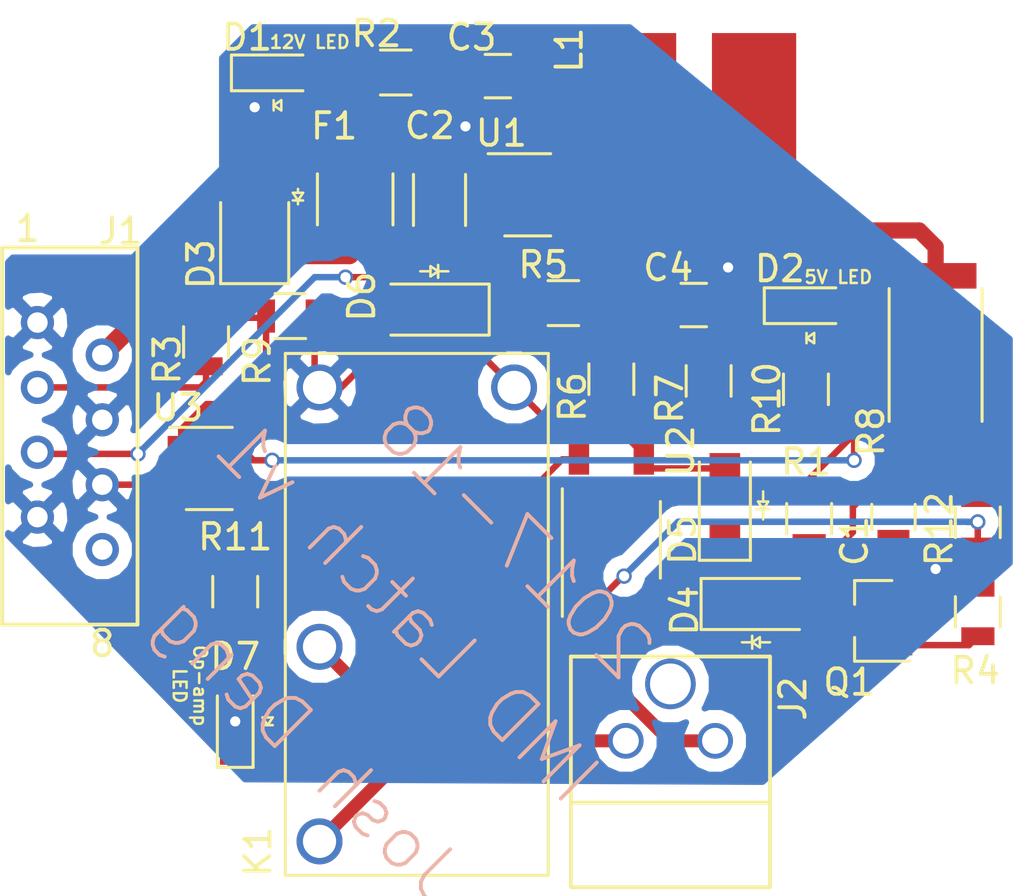
<source format=kicad_pcb>
(kicad_pcb (version 4) (host pcbnew 4.0.7-e2-6376~58~ubuntu16.04.1)

  (general
    (links 59)
    (no_connects 0)
    (area 126.408599 86.0676 167.6274 122.632172)
    (thickness 1.6)
    (drawings 34)
    (tracks 199)
    (zones 0)
    (modules 32)
    (nets 24)
  )

  (page A4)
  (layers
    (0 F.Cu signal)
    (31 B.Cu signal)
    (32 B.Adhes user)
    (33 F.Adhes user)
    (34 B.Paste user)
    (35 F.Paste user)
    (36 B.SilkS user hide)
    (37 F.SilkS user)
    (38 B.Mask user)
    (39 F.Mask user)
    (40 Dwgs.User user)
    (41 Cmts.User user)
    (42 Eco1.User user)
    (43 Eco2.User user)
    (44 Edge.Cuts user)
    (45 Margin user)
    (46 B.CrtYd user)
    (47 F.CrtYd user)
    (48 B.Fab user)
    (49 F.Fab user)
  )

  (setup
    (last_trace_width 0.254)
    (user_trace_width 0.508)
    (user_trace_width 0.635)
    (user_trace_width 0.762)
    (trace_clearance 0.1524)
    (zone_clearance 0.508)
    (zone_45_only no)
    (trace_min 0.1524)
    (segment_width 0.1)
    (edge_width 0.15)
    (via_size 0.6)
    (via_drill 0.4)
    (via_min_size 0.4)
    (via_min_drill 0.3)
    (uvia_size 0.3)
    (uvia_drill 0.1)
    (uvias_allowed no)
    (uvia_min_size 0)
    (uvia_min_drill 0)
    (pcb_text_width 0.3)
    (pcb_text_size 1.5 1.5)
    (mod_edge_width 0.15)
    (mod_text_size 1 1)
    (mod_text_width 0.15)
    (pad_size 1.524 1.524)
    (pad_drill 0.762)
    (pad_to_mask_clearance 0.2)
    (aux_axis_origin 0 0)
    (visible_elements FFFFF77F)
    (pcbplotparams
      (layerselection 0x00030_80000001)
      (usegerberextensions false)
      (excludeedgelayer true)
      (linewidth 0.100000)
      (plotframeref false)
      (viasonmask false)
      (mode 1)
      (useauxorigin false)
      (hpglpennumber 1)
      (hpglpenspeed 20)
      (hpglpendiameter 15)
      (hpglpenoverlay 2)
      (psnegative false)
      (psa4output false)
      (plotreference true)
      (plotvalue true)
      (plotinvisibletext false)
      (padsonsilk false)
      (subtractmaskfromsilk false)
      (outputformat 1)
      (mirror false)
      (drillshape 1)
      (scaleselection 1)
      (outputdirectory ""))
  )

  (net 0 "")
  (net 1 "Net-(C1-Pad1)")
  (net 2 GND)
  (net 3 /12V_Fused)
  (net 4 "Net-(C3-Pad1)")
  (net 5 "Net-(C3-Pad2)")
  (net 6 "Net-(C4-Pad1)")
  (net 7 "Net-(D1-Pad2)")
  (net 8 "Net-(D2-Pad2)")
  (net 9 +12V)
  (net 10 "Net-(D4-Pad1)")
  (net 11 "Net-(D7-Pad2)")
  (net 12 "Net-(J1-Pad3)")
  (net 13 "Net-(J1-Pad8)")
  (net 14 "Net-(J2-Pad2)")
  (net 15 "Net-(J2-Pad1)")
  (net 16 "Net-(Q1-Pad3)")
  (net 17 VCC)
  (net 18 "Net-(R3-Pad2)")
  (net 19 "Net-(R5-Pad2)")
  (net 20 "Net-(R6-Pad1)")
  (net 21 "Net-(R11-Pad1)")
  (net 22 "Net-(R12-Pad1)")
  (net 23 "Net-(D5-Pad2)")

  (net_class Default "This is the default net class."
    (clearance 0.1524)
    (trace_width 0.254)
    (via_dia 0.6)
    (via_drill 0.4)
    (uvia_dia 0.3)
    (uvia_drill 0.1)
    (add_net +12V)
    (add_net /12V_Fused)
    (add_net GND)
    (add_net "Net-(C1-Pad1)")
    (add_net "Net-(C3-Pad1)")
    (add_net "Net-(C3-Pad2)")
    (add_net "Net-(C4-Pad1)")
    (add_net "Net-(D1-Pad2)")
    (add_net "Net-(D2-Pad2)")
    (add_net "Net-(D4-Pad1)")
    (add_net "Net-(D5-Pad2)")
    (add_net "Net-(D7-Pad2)")
    (add_net "Net-(J1-Pad3)")
    (add_net "Net-(J1-Pad8)")
    (add_net "Net-(J2-Pad1)")
    (add_net "Net-(J2-Pad2)")
    (add_net "Net-(Q1-Pad3)")
    (add_net "Net-(R11-Pad1)")
    (add_net "Net-(R12-Pad1)")
    (add_net "Net-(R3-Pad2)")
    (add_net "Net-(R5-Pad2)")
    (add_net "Net-(R6-Pad1)")
    (add_net VCC)
  )

  (module footprints:Relay_SPST_OMRON-G5Q-1A4_OEM (layer F.Cu) (tedit 59F2AABB) (tstamp 59F6782A)
    (at 139.065 101.854 270)
    (descr "Relay SPST-NO Omron Serie G5Q")
    (tags "Relay SPST-NO Omron Serie G5Q")
    (path /59F2CE97)
    (fp_text reference K1 (at 18.1864 2.413 270) (layer F.SilkS)
      (effects (font (size 1 1) (thickness 0.15)))
    )
    (fp_text value G5Q-1A4-DC5-5V (at 8.8 3 270) (layer F.Fab) hide
      (effects (font (size 1 1) (thickness 0.15)))
    )
    (fp_text user %R (at 9.6 -4.5 270) (layer F.Fab) hide
      (effects (font (size 1 1) (thickness 0.15)))
    )
    (fp_line (start 0 -1) (end 0 -6.5) (layer F.Fab) (width 0.1))
    (fp_line (start 18.96 -8.81) (end 18.96 1.19) (layer F.Fab) (width 0.1))
    (fp_line (start 18.96 1.19) (end -1.18 1.19) (layer F.Fab) (width 0.1))
    (fp_line (start -1.18 1.19) (end -1.18 -8.81) (layer F.Fab) (width 0.1))
    (fp_line (start -1.18 -8.81) (end 18.96 -8.81) (layer F.Fab) (width 0.1))
    (fp_line (start -1.45 -9.05) (end 19.2 -9.05) (layer F.CrtYd) (width 0.05))
    (fp_line (start 19.2 -9.05) (end 19.2 1.45) (layer F.CrtYd) (width 0.05))
    (fp_line (start 19.2 1.45) (end -1.45 1.45) (layer F.CrtYd) (width 0.05))
    (fp_line (start -1.45 1.45) (end -1.45 -9.05) (layer F.CrtYd) (width 0.05))
    (fp_line (start 15.24 -3.81) (end 18.03 -5.21) (layer F.Fab) (width 0.12))
    (fp_line (start 17.78 -1.27) (end 17.78 -2.54) (layer F.Fab) (width 0.12))
    (fp_line (start 10.16 -1.27) (end 10.16 -3.81) (layer F.Fab) (width 0.12))
    (fp_line (start 10.16 -3.81) (end 15.24 -3.81) (layer F.Fab) (width 0.12))
    (fp_line (start 2.03 -3.05) (end 3.05 -4.06) (layer F.Fab) (width 0.12))
    (fp_line (start 2.54 -7.62) (end 1.27 -7.62) (layer F.Fab) (width 0.12))
    (fp_line (start 2.54 -4.83) (end 2.54 -7.62) (layer F.Fab) (width 0.12))
    (fp_line (start 2.54 0) (end 2.54 -2.29) (layer F.Fab) (width 0.12))
    (fp_line (start 1.27 0) (end 2.54 0) (layer F.Fab) (width 0.12))
    (fp_line (start 2.54 -2.29) (end 2.03 -2.29) (layer F.Fab) (width 0.12))
    (fp_line (start 2.03 -2.29) (end 2.03 -4.83) (layer F.Fab) (width 0.12))
    (fp_line (start 2.03 -4.83) (end 2.54 -4.83) (layer F.Fab) (width 0.12))
    (fp_line (start 2.54 -4.83) (end 3.05 -4.83) (layer F.Fab) (width 0.12))
    (fp_line (start 3.05 -4.83) (end 3.05 -2.29) (layer F.Fab) (width 0.12))
    (fp_line (start 3.05 -2.29) (end 2.54 -2.29) (layer F.Fab) (width 0.12))
    (fp_line (start -1.33 1.34) (end 19.11 1.34) (layer F.SilkS) (width 0.12))
    (fp_line (start 19.11 1.34) (end 19.11 -8.96) (layer F.SilkS) (width 0.12))
    (fp_line (start -1.33 1.34) (end -1.33 -8.96) (layer F.SilkS) (width 0.12))
    (fp_line (start -1.33 -8.96) (end 19.11 -8.96) (layer F.SilkS) (width 0.12))
    (fp_circle (center 15.24 -3.81) (end 15.24 -3.68) (layer F.Fab) (width 0.12))
    (pad 1 thru_hole circle (at 0 0 90) (size 1.8 1.8) (drill 1.3) (layers *.Cu *.Mask)
      (net 2 GND))
    (pad 2 thru_hole circle (at 10.16 0 90) (size 1.8 1.8) (drill 1.3) (layers *.Cu *.Mask)
      (net 15 "Net-(J2-Pad1)"))
    (pad 3 thru_hole circle (at 17.78 0 90) (size 1.8 1.8) (drill 1.3) (layers *.Cu *.Mask)
      (net 14 "Net-(J2-Pad2)"))
    (pad 5 thru_hole circle (at 0 -7.62 90) (size 1.8 1.8) (drill 1.3) (layers *.Cu *.Mask)
      (net 23 "Net-(D5-Pad2)"))
    (model ${KISYS3DMOD}/Relays_THT.3dshapes/Relay_SPST_OMRON-G5Q.wrl
      (at (xyz 0 0 0))
      (scale (xyz 1 1 1))
      (rotate (xyz 0 0 0))
    )
  )

  (module footprints:SOT-23F (layer F.Cu) (tedit 59F8E915) (tstamp 59F67837)
    (at 160.782 110.998 180)
    (descr "SOT-23, Standard")
    (tags SOT-23)
    (path /59F315C4)
    (attr smd)
    (fp_text reference Q1 (at 0.982 -2.402 180) (layer F.SilkS)
      (effects (font (size 1 1) (thickness 0.15)))
    )
    (fp_text value SSM3K333R (at 0 2.5 180) (layer F.Fab) hide
      (effects (font (size 1 1) (thickness 0.15)))
    )
    (fp_line (start -0.7 -0.95) (end -0.7 1.5) (layer F.Fab) (width 0.1))
    (fp_line (start -0.15 -1.52) (end 0.7 -1.52) (layer F.Fab) (width 0.1))
    (fp_line (start -0.7 -0.95) (end -0.15 -1.52) (layer F.Fab) (width 0.1))
    (fp_line (start 0.7 -1.52) (end 0.7 1.52) (layer F.Fab) (width 0.1))
    (fp_line (start -0.7 1.52) (end 0.7 1.52) (layer F.Fab) (width 0.1))
    (fp_line (start 0.76 1.58) (end 0.76 0.65) (layer F.SilkS) (width 0.12))
    (fp_line (start 0.76 -1.58) (end 0.76 -0.65) (layer F.SilkS) (width 0.12))
    (fp_line (start -1.7 -1.75) (end 1.7 -1.75) (layer F.CrtYd) (width 0.05))
    (fp_line (start 1.7 -1.75) (end 1.7 1.75) (layer F.CrtYd) (width 0.05))
    (fp_line (start 1.7 1.75) (end -1.7 1.75) (layer F.CrtYd) (width 0.05))
    (fp_line (start -1.7 1.75) (end -1.7 -1.75) (layer F.CrtYd) (width 0.05))
    (fp_line (start 0.76 -1.58) (end -1.4 -1.58) (layer F.SilkS) (width 0.12))
    (fp_line (start 0.76 1.58) (end -0.7 1.58) (layer F.SilkS) (width 0.12))
    (pad 1 smd rect (at -1.05 -0.95 180) (size 0.9 0.8) (layers F.Cu F.Paste F.Mask)
      (net 10 "Net-(D4-Pad1)"))
    (pad 2 smd rect (at -1.05 0.95 180) (size 0.9 0.8) (layers F.Cu F.Paste F.Mask)
      (net 2 GND))
    (pad 3 smd rect (at 1.05 0 180) (size 0.9 0.8) (layers F.Cu F.Paste F.Mask)
      (net 16 "Net-(Q1-Pad3)"))
    (model ${KISYS3DMOD}/TO_SOT_Packages_SMD.3dshapes/SOT-23.wrl
      (at (xyz 0 0 0))
      (scale (xyz 1 1 1))
      (rotate (xyz 0 0 0))
    )
  )

  (module footprints:MFSOP6-4_4.4x3.6mm_Pitch1.27mm_OEM (layer F.Cu) (tedit 59FA6351) (tstamp 59F7E486)
    (at 150.495 107.823 90)
    (descr https://toshiba.semicon-storage.com/ap-en/design-support/package/detail.4pin%20MFSOP6.html)
    (tags "MFSOP 4 pin SMD")
    (path /59F822D1)
    (attr smd)
    (fp_text reference U2 (at 3.4798 2.7178 270) (layer F.SilkS)
      (effects (font (size 1 1) (thickness 0.15)))
    )
    (fp_text value TLP175A_OEM (at 0 2.921 90) (layer F.Fab) hide
      (effects (font (size 1 1) (thickness 0.15)))
    )
    (fp_text user %R (at 0 0 90) (layer F.Fab) hide
      (effects (font (size 0.75 0.75) (thickness 0.15)))
    )
    (fp_line (start 1.5 1.92) (end -1.5 1.92) (layer F.SilkS) (width 0.12))
    (fp_line (start -3 -1.92) (end 2 -1.92) (layer F.SilkS) (width 0.12))
    (fp_line (start -2.2 1.8) (end 2.2 1.8) (layer F.Fab) (width 0.12))
    (fp_line (start 2.2 1.8) (end 2.2 -1.8) (layer F.Fab) (width 0.12))
    (fp_line (start 2.2 -1.8) (end -1.2 -1.8) (layer F.Fab) (width 0.12))
    (fp_line (start -1.2 -1.8) (end -2.2 -0.8) (layer F.Fab) (width 0.12))
    (fp_line (start -2.2 -0.8) (end -2.2 1.8) (layer F.Fab) (width 0.12))
    (fp_line (start -4 -2.05) (end 4 -2.05) (layer F.CrtYd) (width 0.05))
    (fp_line (start -4 -2.05) (end -4 2.05) (layer F.CrtYd) (width 0.05))
    (fp_line (start 4 2.05) (end 4 -2.05) (layer F.CrtYd) (width 0.05))
    (fp_line (start 4 2.05) (end -4 2.05) (layer F.CrtYd) (width 0.05))
    (pad 6 smd rect (at 3.15 -1.27 90) (size 1.2 0.8) (layers F.Cu F.Paste F.Mask)
      (net 21 "Net-(R11-Pad1)"))
    (pad 3 smd rect (at -3.15 1.27 90) (size 1.2 0.8) (layers F.Cu F.Paste F.Mask)
      (net 16 "Net-(Q1-Pad3)"))
    (pad 4 smd rect (at 3.15 1.27 90) (size 1.2 0.8) (layers F.Cu F.Paste F.Mask)
      (net 23 "Net-(D5-Pad2)"))
    (pad 1 smd rect (at -3.15 -1.27 90) (size 1.2 0.8) (layers F.Cu F.Paste F.Mask)
      (net 22 "Net-(R12-Pad1)"))
    (model ${KISYS3DMOD}/Housings_SSOP.3dshapes/MFSOP6-4_4.4x3.6mm_Pitch1.27mm.wrl
      (at (xyz 0 0 0))
      (scale (xyz 1 1 1))
      (rotate (xyz 0 0 0))
    )
  )

  (module footprints:C_0805_OEM (layer F.Cu) (tedit 59F250E7) (tstamp 59F677CD)
    (at 161.544 106.934 270)
    (descr "Capacitor SMD 0805, reflow soldering, AVX (see smccp.pdf)")
    (tags "capacitor 0805")
    (path /59F3C4A9)
    (attr smd)
    (fp_text reference C1 (at 0.9398 1.524 450) (layer F.SilkS)
      (effects (font (size 1 1) (thickness 0.15)))
    )
    (fp_text value C_10uF (at 0 1.75 270) (layer F.Fab) hide
      (effects (font (size 1 1) (thickness 0.15)))
    )
    (fp_line (start -1 0.62) (end -1 -0.62) (layer F.Fab) (width 0.1))
    (fp_line (start 1 0.62) (end -1 0.62) (layer F.Fab) (width 0.1))
    (fp_line (start 1 -0.62) (end 1 0.62) (layer F.Fab) (width 0.1))
    (fp_line (start -1 -0.62) (end 1 -0.62) (layer F.Fab) (width 0.1))
    (fp_line (start 0.5 -0.85) (end -0.5 -0.85) (layer F.SilkS) (width 0.12))
    (fp_line (start -0.5 0.85) (end 0.5 0.85) (layer F.SilkS) (width 0.12))
    (fp_line (start -1.75 -0.88) (end 1.75 -0.88) (layer F.CrtYd) (width 0.05))
    (fp_line (start -1.75 -0.88) (end -1.75 0.87) (layer F.CrtYd) (width 0.05))
    (fp_line (start 1.75 0.87) (end 1.75 -0.88) (layer F.CrtYd) (width 0.05))
    (fp_line (start 1.75 0.87) (end -1.75 0.87) (layer F.CrtYd) (width 0.05))
    (pad 1 smd rect (at -1 0 270) (size 1 1.25) (layers F.Cu F.Paste F.Mask)
      (net 1 "Net-(C1-Pad1)"))
    (pad 2 smd rect (at 1 0 270) (size 1 1.25) (layers F.Cu F.Paste F.Mask)
      (net 2 GND))
    (model Capacitors_SMD.3dshapes/C_0805.wrl
      (at (xyz 0 0 0))
      (scale (xyz 1 1 1))
      (rotate (xyz 0 0 0))
    )
  )

  (module footprints:C_1206_OEM (layer F.Cu) (tedit 59F8E48B) (tstamp 59F677D3)
    (at 143.764 94.512 90)
    (descr "Capacitor SMD 1206, reflow soldering, AVX (see smccp.pdf)")
    (tags "capacitor 1206")
    (path /59E04907)
    (attr smd)
    (fp_text reference C2 (at 2.9083 -0.381 360) (layer F.SilkS)
      (effects (font (size 1 1) (thickness 0.15)))
    )
    (fp_text value C_22uF (at 0 2 90) (layer F.Fab) hide
      (effects (font (size 1 1) (thickness 0.15)))
    )
    (fp_line (start -1.6 0.8) (end -1.6 -0.8) (layer F.Fab) (width 0.1))
    (fp_line (start 1.6 0.8) (end -1.6 0.8) (layer F.Fab) (width 0.1))
    (fp_line (start 1.6 -0.8) (end 1.6 0.8) (layer F.Fab) (width 0.1))
    (fp_line (start -1.6 -0.8) (end 1.6 -0.8) (layer F.Fab) (width 0.1))
    (fp_line (start 1 -1.02) (end -1 -1.02) (layer F.SilkS) (width 0.12))
    (fp_line (start -1 1.02) (end 1 1.02) (layer F.SilkS) (width 0.12))
    (fp_line (start -2.25 -1.05) (end 2.25 -1.05) (layer F.CrtYd) (width 0.05))
    (fp_line (start -2.25 -1.05) (end -2.25 1.05) (layer F.CrtYd) (width 0.05))
    (fp_line (start 2.25 1.05) (end 2.25 -1.05) (layer F.CrtYd) (width 0.05))
    (fp_line (start 2.25 1.05) (end -2.25 1.05) (layer F.CrtYd) (width 0.05))
    (pad 1 smd rect (at -1.5 0 90) (size 1 1.6) (layers F.Cu F.Paste F.Mask)
      (net 3 /12V_Fused))
    (pad 2 smd rect (at 1.5 0 90) (size 1 1.6) (layers F.Cu F.Paste F.Mask)
      (net 2 GND))
    (model Capacitors_SMD.3dshapes/C_1206.wrl
      (at (xyz 0 0 0))
      (scale (xyz 1 1 1))
      (rotate (xyz 0 0 0))
    )
  )

  (module footprints:C_0805_OEM (layer F.Cu) (tedit 59F7C5D6) (tstamp 59F677D9)
    (at 146.05 89.662 180)
    (descr "Capacitor SMD 0805, reflow soldering, AVX (see smccp.pdf)")
    (tags "capacitor 0805")
    (path /59E048C8)
    (attr smd)
    (fp_text reference C3 (at 1.032 1.524 180) (layer F.SilkS)
      (effects (font (size 1 1) (thickness 0.15)))
    )
    (fp_text value C_0.1uF (at 0 1.75 180) (layer F.Fab) hide
      (effects (font (size 1 1) (thickness 0.15)))
    )
    (fp_line (start -1 0.62) (end -1 -0.62) (layer F.Fab) (width 0.1))
    (fp_line (start 1 0.62) (end -1 0.62) (layer F.Fab) (width 0.1))
    (fp_line (start 1 -0.62) (end 1 0.62) (layer F.Fab) (width 0.1))
    (fp_line (start -1 -0.62) (end 1 -0.62) (layer F.Fab) (width 0.1))
    (fp_line (start 0.5 -0.85) (end -0.5 -0.85) (layer F.SilkS) (width 0.12))
    (fp_line (start -0.5 0.85) (end 0.5 0.85) (layer F.SilkS) (width 0.12))
    (fp_line (start -1.75 -0.88) (end 1.75 -0.88) (layer F.CrtYd) (width 0.05))
    (fp_line (start -1.75 -0.88) (end -1.75 0.87) (layer F.CrtYd) (width 0.05))
    (fp_line (start 1.75 0.87) (end 1.75 -0.88) (layer F.CrtYd) (width 0.05))
    (fp_line (start 1.75 0.87) (end -1.75 0.87) (layer F.CrtYd) (width 0.05))
    (pad 1 smd rect (at -1 0 180) (size 1 1.25) (layers F.Cu F.Paste F.Mask)
      (net 4 "Net-(C3-Pad1)"))
    (pad 2 smd rect (at 1 0 180) (size 1 1.25) (layers F.Cu F.Paste F.Mask)
      (net 5 "Net-(C3-Pad2)"))
    (model Capacitors_SMD.3dshapes/C_0805.wrl
      (at (xyz 0 0 0))
      (scale (xyz 1 1 1))
      (rotate (xyz 0 0 0))
    )
  )

  (module footprints:C_0805_OEM (layer F.Cu) (tedit 59F8E938) (tstamp 59F677DF)
    (at 153.7208 98.6282 180)
    (descr "Capacitor SMD 0805, reflow soldering, AVX (see smccp.pdf)")
    (tags "capacitor 0805")
    (path /59E0494E)
    (attr smd)
    (fp_text reference C4 (at 1 1.4605 360) (layer F.SilkS)
      (effects (font (size 1 1) (thickness 0.15)))
    )
    (fp_text value C_47uF (at 0 1.75 180) (layer F.Fab) hide
      (effects (font (size 1 1) (thickness 0.15)))
    )
    (fp_line (start -1 0.62) (end -1 -0.62) (layer F.Fab) (width 0.1))
    (fp_line (start 1 0.62) (end -1 0.62) (layer F.Fab) (width 0.1))
    (fp_line (start 1 -0.62) (end 1 0.62) (layer F.Fab) (width 0.1))
    (fp_line (start -1 -0.62) (end 1 -0.62) (layer F.Fab) (width 0.1))
    (fp_line (start 0.5 -0.85) (end -0.5 -0.85) (layer F.SilkS) (width 0.12))
    (fp_line (start -0.5 0.85) (end 0.5 0.85) (layer F.SilkS) (width 0.12))
    (fp_line (start -1.75 -0.88) (end 1.75 -0.88) (layer F.CrtYd) (width 0.05))
    (fp_line (start -1.75 -0.88) (end -1.75 0.87) (layer F.CrtYd) (width 0.05))
    (fp_line (start 1.75 0.87) (end 1.75 -0.88) (layer F.CrtYd) (width 0.05))
    (fp_line (start 1.75 0.87) (end -1.75 0.87) (layer F.CrtYd) (width 0.05))
    (pad 1 smd rect (at -1 0 180) (size 1 1.25) (layers F.Cu F.Paste F.Mask)
      (net 6 "Net-(C4-Pad1)"))
    (pad 2 smd rect (at 1 0 180) (size 1 1.25) (layers F.Cu F.Paste F.Mask)
      (net 2 GND))
    (model Capacitors_SMD.3dshapes/C_0805.wrl
      (at (xyz 0 0 0))
      (scale (xyz 1 1 1))
      (rotate (xyz 0 0 0))
    )
  )

  (module footprints:LED_0805_OEM (layer F.Cu) (tedit 59F8E69F) (tstamp 59F677E5)
    (at 137.414 89.535)
    (descr "LED 0805 smd package")
    (tags "LED led 0805 SMD smd SMT smt smdled SMDLED smtled SMTLED")
    (path /59E047E3)
    (attr smd)
    (fp_text reference D1 (at -1.186 -1.397) (layer F.SilkS)
      (effects (font (size 1 1) (thickness 0.15)))
    )
    (fp_text value LED_0805 (at 0.508 2.032) (layer F.Fab) hide
      (effects (font (size 1 1) (thickness 0.15)))
    )
    (fp_line (start -1.8 -0.7) (end -1.8 0.7) (layer F.SilkS) (width 0.12))
    (fp_line (start -0.146 1.07) (end -0.146 1.47) (layer F.SilkS) (width 0.1))
    (fp_line (start -0.146 1.27) (end 0.154 1.07) (layer F.SilkS) (width 0.1))
    (fp_line (start 0.154 1.47) (end -0.146 1.27) (layer F.SilkS) (width 0.1))
    (fp_line (start 0.154 1.07) (end 0.154 1.47) (layer F.SilkS) (width 0.1))
    (fp_line (start 1 0.6) (end -1 0.6) (layer F.Fab) (width 0.1))
    (fp_line (start 1 -0.6) (end 1 0.6) (layer F.Fab) (width 0.1))
    (fp_line (start -1 -0.6) (end 1 -0.6) (layer F.Fab) (width 0.1))
    (fp_line (start -1 0.6) (end -1 -0.6) (layer F.Fab) (width 0.1))
    (fp_line (start -1.8 0.7) (end 1 0.7) (layer F.SilkS) (width 0.12))
    (fp_line (start -1.8 -0.7) (end 1 -0.7) (layer F.SilkS) (width 0.12))
    (fp_line (start 1.95 -0.85) (end 1.95 0.85) (layer F.CrtYd) (width 0.05))
    (fp_line (start 1.95 0.85) (end -1.95 0.85) (layer F.CrtYd) (width 0.05))
    (fp_line (start -1.95 0.85) (end -1.95 -0.85) (layer F.CrtYd) (width 0.05))
    (fp_line (start -1.95 -0.85) (end 1.95 -0.85) (layer F.CrtYd) (width 0.05))
    (pad 2 smd rect (at 1.1 0 180) (size 1.2 1.2) (layers F.Cu F.Paste F.Mask)
      (net 7 "Net-(D1-Pad2)"))
    (pad 1 smd rect (at -1.1 0 180) (size 1.2 1.2) (layers F.Cu F.Paste F.Mask)
      (net 2 GND))
    (model ${KISYS3DMOD}/LEDs.3dshapes/LED_0805.wrl
      (at (xyz 0 0 0))
      (scale (xyz 1 1 1))
      (rotate (xyz 0 0 180))
    )
  )

  (module footprints:LED_0805_OEM (layer F.Cu) (tedit 59F7CBA3) (tstamp 59F677EB)
    (at 158.285 98.6536)
    (descr "LED 0805 smd package")
    (tags "LED led 0805 SMD smd SMT smt smdled SMDLED smtled SMTLED")
    (path /59E0483A)
    (attr smd)
    (fp_text reference D2 (at -1.1938 -1.4478) (layer F.SilkS)
      (effects (font (size 1 1) (thickness 0.15)))
    )
    (fp_text value LED_0805 (at 0.508 2.032) (layer F.Fab) hide
      (effects (font (size 1 1) (thickness 0.15)))
    )
    (fp_line (start -1.8 -0.7) (end -1.8 0.7) (layer F.SilkS) (width 0.12))
    (fp_line (start -0.146 1.07) (end -0.146 1.47) (layer F.SilkS) (width 0.1))
    (fp_line (start -0.146 1.27) (end 0.154 1.07) (layer F.SilkS) (width 0.1))
    (fp_line (start 0.154 1.47) (end -0.146 1.27) (layer F.SilkS) (width 0.1))
    (fp_line (start 0.154 1.07) (end 0.154 1.47) (layer F.SilkS) (width 0.1))
    (fp_line (start 1 0.6) (end -1 0.6) (layer F.Fab) (width 0.1))
    (fp_line (start 1 -0.6) (end 1 0.6) (layer F.Fab) (width 0.1))
    (fp_line (start -1 -0.6) (end 1 -0.6) (layer F.Fab) (width 0.1))
    (fp_line (start -1 0.6) (end -1 -0.6) (layer F.Fab) (width 0.1))
    (fp_line (start -1.8 0.7) (end 1 0.7) (layer F.SilkS) (width 0.12))
    (fp_line (start -1.8 -0.7) (end 1 -0.7) (layer F.SilkS) (width 0.12))
    (fp_line (start 1.95 -0.85) (end 1.95 0.85) (layer F.CrtYd) (width 0.05))
    (fp_line (start 1.95 0.85) (end -1.95 0.85) (layer F.CrtYd) (width 0.05))
    (fp_line (start -1.95 0.85) (end -1.95 -0.85) (layer F.CrtYd) (width 0.05))
    (fp_line (start -1.95 -0.85) (end 1.95 -0.85) (layer F.CrtYd) (width 0.05))
    (pad 2 smd rect (at 1.1 0 180) (size 1.2 1.2) (layers F.Cu F.Paste F.Mask)
      (net 8 "Net-(D2-Pad2)"))
    (pad 1 smd rect (at -1.1 0 180) (size 1.2 1.2) (layers F.Cu F.Paste F.Mask)
      (net 2 GND))
    (model ${KISYS3DMOD}/LEDs.3dshapes/LED_0805.wrl
      (at (xyz 0 0 0))
      (scale (xyz 1 1 1))
      (rotate (xyz 0 0 180))
    )
  )

  (module footprints:DO-214AA (layer F.Cu) (tedit 59F8E4A3) (tstamp 59F677F1)
    (at 136.525 94.615 90)
    (descr "http://www.diodes.com/datasheets/ap02001.pdf p.144")
    (tags "Diode SOD523")
    (path /59F51C8D)
    (attr smd)
    (fp_text reference D3 (at -2.413 -2.1082 90) (layer F.SilkS)
      (effects (font (size 1 1) (thickness 0.15)))
    )
    (fp_text value D_Zener_18V (at 0 2.286 90) (layer F.Fab) hide
      (effects (font (size 1 1) (thickness 0.15)))
    )
    (fp_line (start -3.175 -1.3335) (end -3.175 1.3335) (layer F.SilkS) (width 0.12))
    (fp_line (start 3.302 -1.4605) (end 3.302 1.4605) (layer F.CrtYd) (width 0.05))
    (fp_line (start -3.302 -1.4605) (end 3.302 -1.4605) (layer F.CrtYd) (width 0.05))
    (fp_line (start -3.302 -1.4605) (end -3.302 1.4605) (layer F.CrtYd) (width 0.05))
    (fp_line (start -3.302 1.4605) (end 3.302 1.4605) (layer F.CrtYd) (width 0.05))
    (fp_line (start 0.384 1.696) (end 0.534 1.696) (layer F.SilkS) (width 0.1))
    (fp_line (start 0.384 1.496) (end 0.084 1.696) (layer F.SilkS) (width 0.1))
    (fp_line (start 0.384 1.896) (end 0.384 1.496) (layer F.SilkS) (width 0.1))
    (fp_line (start 0.084 1.696) (end 0.384 1.896) (layer F.SilkS) (width 0.1))
    (fp_line (start 0.084 1.696) (end -0.066 1.696) (layer F.SilkS) (width 0.1))
    (fp_line (start 0.084 1.896) (end 0.084 1.496) (layer F.SilkS) (width 0.1))
    (fp_line (start 2.3749 -1.9685) (end 2.3749 1.9685) (layer F.Fab) (width 0.1))
    (fp_line (start -2.3749 -1.9685) (end 2.3749 -1.9685) (layer F.Fab) (width 0.1))
    (fp_line (start -2.3749 -1.9685) (end -2.3749 1.9685) (layer F.Fab) (width 0.1))
    (fp_line (start 2.3749 1.9685) (end -2.3749 1.9685) (layer F.Fab) (width 0.1))
    (fp_line (start -3.175 1.3335) (end 0 1.3335) (layer F.SilkS) (width 0.12))
    (fp_line (start -3.175 -1.3335) (end 0 -1.3335) (layer F.SilkS) (width 0.12))
    (pad 2 smd rect (at 2.032 0 270) (size 1.778 2.159) (layers F.Cu F.Paste F.Mask)
      (net 2 GND))
    (pad 1 smd rect (at -2.032 0 270) (size 1.778 2.159) (layers F.Cu F.Paste F.Mask)
      (net 9 +12V))
    (model ${KISYS3DMOD}/Diodes_SMD.3dshapes/D_SOD-523.wrl
      (at (xyz 0 0 0))
      (scale (xyz 1 1 1))
      (rotate (xyz 0 0 0))
    )
  )

  (module footprints:LED_0805_OEM (layer F.Cu) (tedit 59F2572F) (tstamp 59F67809)
    (at 135.763 114.935 90)
    (descr "LED 0805 smd package")
    (tags "LED led 0805 SMD smd SMT smt smdled SMDLED smtled SMTLED")
    (path /59F304C4)
    (attr smd)
    (fp_text reference D7 (at 2.54 0 180) (layer F.SilkS)
      (effects (font (size 1 1) (thickness 0.15)))
    )
    (fp_text value LED_0805 (at 0.508 2.032 90) (layer F.Fab) hide
      (effects (font (size 1 1) (thickness 0.15)))
    )
    (fp_line (start -1.8 -0.7) (end -1.8 0.7) (layer F.SilkS) (width 0.12))
    (fp_line (start -0.146 1.07) (end -0.146 1.47) (layer F.SilkS) (width 0.1))
    (fp_line (start -0.146 1.27) (end 0.154 1.07) (layer F.SilkS) (width 0.1))
    (fp_line (start 0.154 1.47) (end -0.146 1.27) (layer F.SilkS) (width 0.1))
    (fp_line (start 0.154 1.07) (end 0.154 1.47) (layer F.SilkS) (width 0.1))
    (fp_line (start 1 0.6) (end -1 0.6) (layer F.Fab) (width 0.1))
    (fp_line (start 1 -0.6) (end 1 0.6) (layer F.Fab) (width 0.1))
    (fp_line (start -1 -0.6) (end 1 -0.6) (layer F.Fab) (width 0.1))
    (fp_line (start -1 0.6) (end -1 -0.6) (layer F.Fab) (width 0.1))
    (fp_line (start -1.8 0.7) (end 1 0.7) (layer F.SilkS) (width 0.12))
    (fp_line (start -1.8 -0.7) (end 1 -0.7) (layer F.SilkS) (width 0.12))
    (fp_line (start 1.95 -0.85) (end 1.95 0.85) (layer F.CrtYd) (width 0.05))
    (fp_line (start 1.95 0.85) (end -1.95 0.85) (layer F.CrtYd) (width 0.05))
    (fp_line (start -1.95 0.85) (end -1.95 -0.85) (layer F.CrtYd) (width 0.05))
    (fp_line (start -1.95 -0.85) (end 1.95 -0.85) (layer F.CrtYd) (width 0.05))
    (pad 2 smd rect (at 1.1 0 270) (size 1.2 1.2) (layers F.Cu F.Paste F.Mask)
      (net 11 "Net-(D7-Pad2)"))
    (pad 1 smd rect (at -1.1 0 270) (size 1.2 1.2) (layers F.Cu F.Paste F.Mask)
      (net 2 GND))
    (model ${KISYS3DMOD}/LEDs.3dshapes/LED_0805.wrl
      (at (xyz 0 0 0))
      (scale (xyz 1 1 1))
      (rotate (xyz 0 0 180))
    )
  )

  (module footprints:Fuse_1210 (layer F.Cu) (tedit 59F8E486) (tstamp 59F6780F)
    (at 140.462 94.488 90)
    (descr "Resistor SMD 1210, reflow soldering, Vishay (see dcrcw.pdf)")
    (tags "resistor 1210")
    (path /59F570F5)
    (attr smd)
    (fp_text reference F1 (at 2.868 -0.8255 180) (layer F.SilkS)
      (effects (font (size 1 1) (thickness 0.15)))
    )
    (fp_text value F_500mA_16V (at 0 2.4 90) (layer F.Fab) hide
      (effects (font (size 1 1) (thickness 0.15)))
    )
    (fp_line (start -1.6 1.25) (end -1.6 -1.25) (layer F.Fab) (width 0.1))
    (fp_line (start 1.6 1.25) (end -1.6 1.25) (layer F.Fab) (width 0.1))
    (fp_line (start 1.6 -1.25) (end 1.6 1.25) (layer F.Fab) (width 0.1))
    (fp_line (start -1.6 -1.25) (end 1.6 -1.25) (layer F.Fab) (width 0.1))
    (fp_line (start 1 1.48) (end -1 1.48) (layer F.SilkS) (width 0.12))
    (fp_line (start -1 -1.48) (end 1 -1.48) (layer F.SilkS) (width 0.12))
    (fp_line (start -2.15 -1.5) (end 2.15 -1.5) (layer F.CrtYd) (width 0.05))
    (fp_line (start -2.15 -1.5) (end -2.15 1.5) (layer F.CrtYd) (width 0.05))
    (fp_line (start 2.15 1.5) (end 2.15 -1.5) (layer F.CrtYd) (width 0.05))
    (fp_line (start 2.15 1.5) (end -2.15 1.5) (layer F.CrtYd) (width 0.05))
    (pad 1 smd rect (at -1.45 0 90) (size 0.9 2.5) (layers F.Cu F.Paste F.Mask)
      (net 9 +12V))
    (pad 2 smd rect (at 1.45 0 90) (size 0.9 2.5) (layers F.Cu F.Paste F.Mask)
      (net 3 /12V_Fused))
    (model ${KISYS3DMOD}/Resistors_SMD.3dshapes/R_1210.wrl
      (at (xyz 0 0 0))
      (scale (xyz 1 1 1))
      (rotate (xyz 0 0 0))
    )
  )

  (module footprints:micromatch_female_ra_8 (layer F.Cu) (tedit 59EE7FEF) (tstamp 59F6781B)
    (at 128.016 104.394)
    (path /59F1140B)
    (fp_text reference J1 (at 3.2512 -8.6614) (layer F.SilkS)
      (effects (font (size 1 1) (thickness 0.15)))
    )
    (fp_text value micromatch_female_RA_8 (at 6.35 0 90) (layer F.Fab) hide
      (effects (font (size 1 1) (thickness 0.15)))
    )
    (fp_text user 8 (at 2.54 7.493) (layer F.SilkS)
      (effects (font (size 1 1) (thickness 0.15)))
    )
    (fp_text user 1 (at -0.381 -8.763) (layer F.SilkS)
      (effects (font (size 1 1) (thickness 0.15)))
    )
    (fp_line (start -1.38 6.75) (end 3.92 6.75) (layer F.SilkS) (width 0.15))
    (fp_line (start -1.38 -8.02) (end 3.92 -8.02) (layer F.SilkS) (width 0.15))
    (fp_line (start -1.38 6.75) (end -1.38 -8.02) (layer F.SilkS) (width 0.15))
    (fp_line (start 3.92 6.75) (end 3.92 -8.02) (layer F.SilkS) (width 0.15))
    (pad 5 thru_hole circle (at 0 0) (size 1.3 1.3) (drill 0.8) (layers *.Cu *.Mask)
      (net 3 /12V_Fused))
    (pad 3 thru_hole circle (at 0 -2.54) (size 1.3 1.3) (drill 0.8) (layers *.Cu *.Mask)
      (net 12 "Net-(J1-Pad3)"))
    (pad 1 thru_hole circle (at 0 -5.08) (size 1.3 1.3) (drill 0.8) (layers *.Cu *.Mask)
      (net 2 GND))
    (pad 7 thru_hole circle (at 0 2.54) (size 1.3 1.3) (drill 0.8) (layers *.Cu *.Mask)
      (net 2 GND))
    (pad 2 thru_hole circle (at 2.54 -3.81) (size 1.3 1.3) (drill 0.8) (layers *.Cu *.Mask)
      (net 9 +12V))
    (pad 4 thru_hole circle (at 2.54 -1.27) (size 1.3 1.3) (drill 0.8) (layers *.Cu *.Mask)
      (net 2 GND))
    (pad 6 thru_hole circle (at 2.54 1.27) (size 1.3 1.3) (drill 0.8) (layers *.Cu *.Mask)
      (net 2 GND))
    (pad 8 thru_hole circle (at 2.54 3.81) (size 1.3 1.3) (drill 0.8) (layers *.Cu *.Mask)
      (net 13 "Net-(J1-Pad8)"))
  )

  (module footprints:Ultrafit_2 (layer F.Cu) (tedit 59F7CE1A) (tstamp 59F67822)
    (at 151.059 115.697 90)
    (path /59F3BDDF)
    (fp_text reference J2 (at 1.651 6.548 270) (layer F.SilkS)
      (effects (font (size 1 1) (thickness 0.15)))
    )
    (fp_text value Ultrafit_2 (at 4.572 0.508 180) (layer F.Fab) hide
      (effects (font (size 1 1) (thickness 0.15)))
    )
    (fp_line (start -5.588 -2.032) (end -2.54 -2.032) (layer F.Fab) (width 0.15))
    (fp_line (start -2.54 -2.032) (end -2.54 5.588) (layer F.Fab) (width 0.15))
    (fp_line (start -2.54 5.588) (end -5.588 5.588) (layer F.Fab) (width 0.15))
    (fp_line (start -5.588 5.588) (end -5.588 -2.032) (layer F.Fab) (width 0.15))
    (fp_text user "6.55mm Clearance" (at -4.07 1.75 180) (layer F.Fab)
      (effects (font (size 0.5 0.5) (thickness 0.08)))
    )
    (fp_line (start -2.42 -2.15) (end -5.73 -2.15) (layer F.SilkS) (width 0.15))
    (fp_line (start -5.73 -2.15) (end -5.73 5.65) (layer F.SilkS) (width 0.15))
    (fp_line (start -5.73 5.65) (end -2.42 5.65) (layer F.SilkS) (width 0.15))
    (fp_line (start -2.42 5.65) (end 3.302 5.65) (layer F.SilkS) (width 0.15))
    (fp_line (start -2.42 -2.15) (end 3.302 -2.15) (layer F.SilkS) (width 0.15))
    (fp_line (start -2.42 5.65) (end -2.42 -2.15) (layer F.SilkS) (width 0.15))
    (fp_line (start 3.302 5.65) (end 3.302 -2.15) (layer F.SilkS) (width 0.15))
    (pad 2 thru_hole circle (at 0 0 90) (size 1.397 1.397) (drill 1.02) (layers *.Cu *.Mask)
      (net 14 "Net-(J2-Pad2)"))
    (pad 1 thru_hole circle (at 0 3.5 90) (size 1.397 1.397) (drill 1.02) (layers *.Cu *.Mask)
      (net 15 "Net-(J2-Pad1)"))
    (pad "" thru_hole circle (at 2.23 1.75 90) (size 1.981 1.981) (drill 1.6) (layers *.Cu *.Mask))
  )

  (module footprints:4.7uH_Inductor_OEM (layer F.Cu) (tedit 59F7C949) (tstamp 59F67830)
    (at 153.734 92.075)
    (path /59E04875)
    (fp_text reference L1 (at -4.89 -3.429 270) (layer F.SilkS)
      (effects (font (size 1 1) (thickness 0.15)))
    )
    (fp_text value L_4.7uH (at 0 -5.08) (layer F.Fab) hide
      (effects (font (size 1 1) (thickness 0.15)))
    )
    (pad 1 smd rect (at -2.35 0) (size 3.3 8.2) (layers F.Cu F.Paste F.Mask)
      (net 5 "Net-(C3-Pad2)"))
    (pad 2 smd rect (at 2.35 0) (size 3.3 8.2) (layers F.Cu F.Paste F.Mask)
      (net 6 "Net-(C4-Pad1)"))
  )

  (module footprints:R_0805_OEM (layer F.Cu) (tedit 59F25131) (tstamp 59F6783D)
    (at 158.242 107 270)
    (descr "Resistor SMD 0805, reflow soldering, Vishay (see dcrcw.pdf)")
    (tags "resistor 0805")
    (path /59F4430C)
    (attr smd)
    (fp_text reference R1 (at -2.225 0.127 540) (layer F.SilkS)
      (effects (font (size 1 1) (thickness 0.15)))
    )
    (fp_text value R_402k (at 0 1.75 270) (layer F.Fab) hide
      (effects (font (size 1 1) (thickness 0.15)))
    )
    (fp_line (start -1 0.62) (end -1 -0.62) (layer F.Fab) (width 0.1))
    (fp_line (start 1 0.62) (end -1 0.62) (layer F.Fab) (width 0.1))
    (fp_line (start 1 -0.62) (end 1 0.62) (layer F.Fab) (width 0.1))
    (fp_line (start -1 -0.62) (end 1 -0.62) (layer F.Fab) (width 0.1))
    (fp_line (start 0.6 0.88) (end -0.6 0.88) (layer F.SilkS) (width 0.12))
    (fp_line (start -0.6 -0.88) (end 0.6 -0.88) (layer F.SilkS) (width 0.12))
    (fp_line (start -1.55 -0.9) (end 1.55 -0.9) (layer F.CrtYd) (width 0.05))
    (fp_line (start -1.55 -0.9) (end -1.55 0.9) (layer F.CrtYd) (width 0.05))
    (fp_line (start 1.55 0.9) (end 1.55 -0.9) (layer F.CrtYd) (width 0.05))
    (fp_line (start 1.55 0.9) (end -1.55 0.9) (layer F.CrtYd) (width 0.05))
    (pad 1 smd rect (at -0.95 0 270) (size 0.7 1.3) (layers F.Cu F.Paste F.Mask)
      (net 17 VCC))
    (pad 2 smd rect (at 0.95 0 270) (size 0.7 1.3) (layers F.Cu F.Paste F.Mask)
      (net 1 "Net-(C1-Pad1)"))
    (model ${KISYS3DMOD}/Resistors_SMD.3dshapes/R_0805.wrl
      (at (xyz 0 0 0))
      (scale (xyz 1 1 1))
      (rotate (xyz 0 0 0))
    )
  )

  (module footprints:R_0805_OEM (layer F.Cu) (tedit 59F8E68D) (tstamp 59F67843)
    (at 142.05208 89.51976 180)
    (descr "Resistor SMD 0805, reflow soldering, Vishay (see dcrcw.pdf)")
    (tags "resistor 0805")
    (path /59E0432B)
    (attr smd)
    (fp_text reference R2 (at 0.762 1.524 360) (layer F.SilkS)
      (effects (font (size 1 1) (thickness 0.15)))
    )
    (fp_text value R_1k (at 0 1.75 180) (layer F.Fab) hide
      (effects (font (size 1 1) (thickness 0.15)))
    )
    (fp_line (start -1 0.62) (end -1 -0.62) (layer F.Fab) (width 0.1))
    (fp_line (start 1 0.62) (end -1 0.62) (layer F.Fab) (width 0.1))
    (fp_line (start 1 -0.62) (end 1 0.62) (layer F.Fab) (width 0.1))
    (fp_line (start -1 -0.62) (end 1 -0.62) (layer F.Fab) (width 0.1))
    (fp_line (start 0.6 0.88) (end -0.6 0.88) (layer F.SilkS) (width 0.12))
    (fp_line (start -0.6 -0.88) (end 0.6 -0.88) (layer F.SilkS) (width 0.12))
    (fp_line (start -1.55 -0.9) (end 1.55 -0.9) (layer F.CrtYd) (width 0.05))
    (fp_line (start -1.55 -0.9) (end -1.55 0.9) (layer F.CrtYd) (width 0.05))
    (fp_line (start 1.55 0.9) (end 1.55 -0.9) (layer F.CrtYd) (width 0.05))
    (fp_line (start 1.55 0.9) (end -1.55 0.9) (layer F.CrtYd) (width 0.05))
    (pad 1 smd rect (at -0.95 0 180) (size 0.7 1.3) (layers F.Cu F.Paste F.Mask)
      (net 3 /12V_Fused))
    (pad 2 smd rect (at 0.95 0 180) (size 0.7 1.3) (layers F.Cu F.Paste F.Mask)
      (net 7 "Net-(D1-Pad2)"))
    (model ${KISYS3DMOD}/Resistors_SMD.3dshapes/R_0805.wrl
      (at (xyz 0 0 0))
      (scale (xyz 1 1 1))
      (rotate (xyz 0 0 0))
    )
  )

  (module footprints:R_0805_OEM (layer F.Cu) (tedit 59F81B02) (tstamp 59F67849)
    (at 134.62 100.076 90)
    (descr "Resistor SMD 0805, reflow soldering, Vishay (see dcrcw.pdf)")
    (tags "resistor 0805")
    (path /59F4DB4B)
    (attr smd)
    (fp_text reference R3 (at -0.6883 -1.524 90) (layer F.SilkS)
      (effects (font (size 1 1) (thickness 0.15)))
    )
    (fp_text value R_1.07k (at 0 1.75 90) (layer F.Fab) hide
      (effects (font (size 1 1) (thickness 0.15)))
    )
    (fp_line (start -1 0.62) (end -1 -0.62) (layer F.Fab) (width 0.1))
    (fp_line (start 1 0.62) (end -1 0.62) (layer F.Fab) (width 0.1))
    (fp_line (start 1 -0.62) (end 1 0.62) (layer F.Fab) (width 0.1))
    (fp_line (start -1 -0.62) (end 1 -0.62) (layer F.Fab) (width 0.1))
    (fp_line (start 0.6 0.88) (end -0.6 0.88) (layer F.SilkS) (width 0.12))
    (fp_line (start -0.6 -0.88) (end 0.6 -0.88) (layer F.SilkS) (width 0.12))
    (fp_line (start -1.55 -0.9) (end 1.55 -0.9) (layer F.CrtYd) (width 0.05))
    (fp_line (start -1.55 -0.9) (end -1.55 0.9) (layer F.CrtYd) (width 0.05))
    (fp_line (start 1.55 0.9) (end 1.55 -0.9) (layer F.CrtYd) (width 0.05))
    (fp_line (start 1.55 0.9) (end -1.55 0.9) (layer F.CrtYd) (width 0.05))
    (pad 1 smd rect (at -0.95 0 90) (size 0.7 1.3) (layers F.Cu F.Paste F.Mask)
      (net 12 "Net-(J1-Pad3)"))
    (pad 2 smd rect (at 0.95 0 90) (size 0.7 1.3) (layers F.Cu F.Paste F.Mask)
      (net 18 "Net-(R3-Pad2)"))
    (model ${KISYS3DMOD}/Resistors_SMD.3dshapes/R_0805.wrl
      (at (xyz 0 0 0))
      (scale (xyz 1 1 1))
      (rotate (xyz 0 0 0))
    )
  )

  (module footprints:R_0805_OEM (layer F.Cu) (tedit 59F25131) (tstamp 59F6784F)
    (at 164.85 110.65 90)
    (descr "Resistor SMD 0805, reflow soldering, Vishay (see dcrcw.pdf)")
    (tags "resistor 0805")
    (path /59F443B5)
    (attr smd)
    (fp_text reference R4 (at -2.3 -0.1 360) (layer F.SilkS)
      (effects (font (size 1 1) (thickness 0.15)))
    )
    (fp_text value R_402k (at 0 1.75 90) (layer F.Fab) hide
      (effects (font (size 1 1) (thickness 0.15)))
    )
    (fp_line (start -1 0.62) (end -1 -0.62) (layer F.Fab) (width 0.1))
    (fp_line (start 1 0.62) (end -1 0.62) (layer F.Fab) (width 0.1))
    (fp_line (start 1 -0.62) (end 1 0.62) (layer F.Fab) (width 0.1))
    (fp_line (start -1 -0.62) (end 1 -0.62) (layer F.Fab) (width 0.1))
    (fp_line (start 0.6 0.88) (end -0.6 0.88) (layer F.SilkS) (width 0.12))
    (fp_line (start -0.6 -0.88) (end 0.6 -0.88) (layer F.SilkS) (width 0.12))
    (fp_line (start -1.55 -0.9) (end 1.55 -0.9) (layer F.CrtYd) (width 0.05))
    (fp_line (start -1.55 -0.9) (end -1.55 0.9) (layer F.CrtYd) (width 0.05))
    (fp_line (start 1.55 0.9) (end 1.55 -0.9) (layer F.CrtYd) (width 0.05))
    (fp_line (start 1.55 0.9) (end -1.55 0.9) (layer F.CrtYd) (width 0.05))
    (pad 1 smd rect (at -0.95 0 90) (size 0.7 1.3) (layers F.Cu F.Paste F.Mask)
      (net 10 "Net-(D4-Pad1)"))
    (pad 2 smd rect (at 0.95 0 90) (size 0.7 1.3) (layers F.Cu F.Paste F.Mask)
      (net 2 GND))
    (model ${KISYS3DMOD}/Resistors_SMD.3dshapes/R_0805.wrl
      (at (xyz 0 0 0))
      (scale (xyz 1 1 1))
      (rotate (xyz 0 0 0))
    )
  )

  (module footprints:R_0805_OEM (layer F.Cu) (tedit 59F7C937) (tstamp 59F67855)
    (at 148.6154 98.552)
    (descr "Resistor SMD 0805, reflow soldering, Vishay (see dcrcw.pdf)")
    (tags "resistor 0805")
    (path /59E042A3)
    (attr smd)
    (fp_text reference R5 (at -0.7874 -1.4986 180) (layer F.SilkS)
      (effects (font (size 1 1) (thickness 0.15)))
    )
    (fp_text value R_10k (at 0 1.75) (layer F.Fab) hide
      (effects (font (size 1 1) (thickness 0.15)))
    )
    (fp_line (start -1 0.62) (end -1 -0.62) (layer F.Fab) (width 0.1))
    (fp_line (start 1 0.62) (end -1 0.62) (layer F.Fab) (width 0.1))
    (fp_line (start 1 -0.62) (end 1 0.62) (layer F.Fab) (width 0.1))
    (fp_line (start -1 -0.62) (end 1 -0.62) (layer F.Fab) (width 0.1))
    (fp_line (start 0.6 0.88) (end -0.6 0.88) (layer F.SilkS) (width 0.12))
    (fp_line (start -0.6 -0.88) (end 0.6 -0.88) (layer F.SilkS) (width 0.12))
    (fp_line (start -1.55 -0.9) (end 1.55 -0.9) (layer F.CrtYd) (width 0.05))
    (fp_line (start -1.55 -0.9) (end -1.55 0.9) (layer F.CrtYd) (width 0.05))
    (fp_line (start 1.55 0.9) (end 1.55 -0.9) (layer F.CrtYd) (width 0.05))
    (fp_line (start 1.55 0.9) (end -1.55 0.9) (layer F.CrtYd) (width 0.05))
    (pad 1 smd rect (at -0.95 0) (size 0.7 1.3) (layers F.Cu F.Paste F.Mask)
      (net 3 /12V_Fused))
    (pad 2 smd rect (at 0.95 0) (size 0.7 1.3) (layers F.Cu F.Paste F.Mask)
      (net 19 "Net-(R5-Pad2)"))
    (model ${KISYS3DMOD}/Resistors_SMD.3dshapes/R_0805.wrl
      (at (xyz 0 0 0))
      (scale (xyz 1 1 1))
      (rotate (xyz 0 0 0))
    )
  )

  (module footprints:R_0805_OEM (layer F.Cu) (tedit 59F7CB2E) (tstamp 59F6785B)
    (at 150.495 101.534 90)
    (descr "Resistor SMD 0805, reflow soldering, Vishay (see dcrcw.pdf)")
    (tags "resistor 0805")
    (path /59E042EA)
    (attr smd)
    (fp_text reference R6 (at -0.696 -1.524 270) (layer F.SilkS)
      (effects (font (size 1 1) (thickness 0.15)))
    )
    (fp_text value R_10k (at 0 1.75 90) (layer F.Fab) hide
      (effects (font (size 1 1) (thickness 0.15)))
    )
    (fp_line (start -1 0.62) (end -1 -0.62) (layer F.Fab) (width 0.1))
    (fp_line (start 1 0.62) (end -1 0.62) (layer F.Fab) (width 0.1))
    (fp_line (start 1 -0.62) (end 1 0.62) (layer F.Fab) (width 0.1))
    (fp_line (start -1 -0.62) (end 1 -0.62) (layer F.Fab) (width 0.1))
    (fp_line (start 0.6 0.88) (end -0.6 0.88) (layer F.SilkS) (width 0.12))
    (fp_line (start -0.6 -0.88) (end 0.6 -0.88) (layer F.SilkS) (width 0.12))
    (fp_line (start -1.55 -0.9) (end 1.55 -0.9) (layer F.CrtYd) (width 0.05))
    (fp_line (start -1.55 -0.9) (end -1.55 0.9) (layer F.CrtYd) (width 0.05))
    (fp_line (start 1.55 0.9) (end 1.55 -0.9) (layer F.CrtYd) (width 0.05))
    (fp_line (start 1.55 0.9) (end -1.55 0.9) (layer F.CrtYd) (width 0.05))
    (pad 1 smd rect (at -0.95 0 90) (size 0.7 1.3) (layers F.Cu F.Paste F.Mask)
      (net 20 "Net-(R6-Pad1)"))
    (pad 2 smd rect (at 0.95 0 90) (size 0.7 1.3) (layers F.Cu F.Paste F.Mask)
      (net 2 GND))
    (model ${KISYS3DMOD}/Resistors_SMD.3dshapes/R_0805.wrl
      (at (xyz 0 0 0))
      (scale (xyz 1 1 1))
      (rotate (xyz 0 0 0))
    )
  )

  (module footprints:R_0805_OEM (layer F.Cu) (tedit 59F8E929) (tstamp 59F67861)
    (at 154.305 101.6 90)
    (descr "Resistor SMD 0805, reflow soldering, Vishay (see dcrcw.pdf)")
    (tags "resistor 0805")
    (path /59E0438C)
    (attr smd)
    (fp_text reference R7 (at -0.696 -1.524 270) (layer F.SilkS)
      (effects (font (size 1 1) (thickness 0.15)))
    )
    (fp_text value R_55.1k (at 0 1.75 90) (layer F.Fab) hide
      (effects (font (size 1 1) (thickness 0.15)))
    )
    (fp_line (start -1 0.62) (end -1 -0.62) (layer F.Fab) (width 0.1))
    (fp_line (start 1 0.62) (end -1 0.62) (layer F.Fab) (width 0.1))
    (fp_line (start 1 -0.62) (end 1 0.62) (layer F.Fab) (width 0.1))
    (fp_line (start -1 -0.62) (end 1 -0.62) (layer F.Fab) (width 0.1))
    (fp_line (start 0.6 0.88) (end -0.6 0.88) (layer F.SilkS) (width 0.12))
    (fp_line (start -0.6 -0.88) (end 0.6 -0.88) (layer F.SilkS) (width 0.12))
    (fp_line (start -1.55 -0.9) (end 1.55 -0.9) (layer F.CrtYd) (width 0.05))
    (fp_line (start -1.55 -0.9) (end -1.55 0.9) (layer F.CrtYd) (width 0.05))
    (fp_line (start 1.55 0.9) (end 1.55 -0.9) (layer F.CrtYd) (width 0.05))
    (fp_line (start 1.55 0.9) (end -1.55 0.9) (layer F.CrtYd) (width 0.05))
    (pad 1 smd rect (at -0.95 0 90) (size 0.7 1.3) (layers F.Cu F.Paste F.Mask)
      (net 20 "Net-(R6-Pad1)"))
    (pad 2 smd rect (at 0.95 0 90) (size 0.7 1.3) (layers F.Cu F.Paste F.Mask)
      (net 6 "Net-(C4-Pad1)"))
    (model ${KISYS3DMOD}/Resistors_SMD.3dshapes/R_0805.wrl
      (at (xyz 0 0 0))
      (scale (xyz 1 1 1))
      (rotate (xyz 0 0 0))
    )
  )

  (module footprints:R_2512_OEM (layer F.Cu) (tedit 59F7C931) (tstamp 59F67867)
    (at 163.195 100.584 90)
    (descr "Resistor SMD 2512, reflow soldering, Vishay (see dcrcw.pdf)")
    (tags "resistor 2512")
    (path /59E0444E)
    (attr smd)
    (fp_text reference R8 (at -2.996 -2.54 270) (layer F.SilkS)
      (effects (font (size 1 1) (thickness 0.15)))
    )
    (fp_text value R_0_Jumper (at 0 2.75 90) (layer F.Fab) hide
      (effects (font (size 1 1) (thickness 0.15)))
    )
    (fp_line (start -3.15 1.6) (end -3.15 -1.6) (layer F.Fab) (width 0.1))
    (fp_line (start 3.15 1.6) (end -3.15 1.6) (layer F.Fab) (width 0.1))
    (fp_line (start 3.15 -1.6) (end 3.15 1.6) (layer F.Fab) (width 0.1))
    (fp_line (start -3.15 -1.6) (end 3.15 -1.6) (layer F.Fab) (width 0.1))
    (fp_line (start 2.6 1.82) (end -2.6 1.82) (layer F.SilkS) (width 0.12))
    (fp_line (start -2.6 -1.82) (end 2.6 -1.82) (layer F.SilkS) (width 0.12))
    (fp_line (start -3.85 -1.85) (end 3.85 -1.85) (layer F.CrtYd) (width 0.05))
    (fp_line (start -3.85 -1.85) (end -3.85 1.85) (layer F.CrtYd) (width 0.05))
    (fp_line (start 3.85 1.85) (end 3.85 -1.85) (layer F.CrtYd) (width 0.05))
    (fp_line (start 3.85 1.85) (end -3.85 1.85) (layer F.CrtYd) (width 0.05))
    (pad 1 smd rect (at -3.1 0 90) (size 1 3.2) (layers F.Cu F.Paste F.Mask)
      (net 17 VCC))
    (pad 2 smd rect (at 3.1 0 90) (size 1 3.2) (layers F.Cu F.Paste F.Mask)
      (net 6 "Net-(C4-Pad1)"))
    (model ${KISYS3DMOD}/Resistors_SMD.3dshapes/R_2512.wrl
      (at (xyz 0 0 0))
      (scale (xyz 1 1 1))
      (rotate (xyz 0 0 0))
    )
  )

  (module footprints:R_0805_OEM (layer F.Cu) (tedit 59F25131) (tstamp 59F6786D)
    (at 137.922 99.06 180)
    (descr "Resistor SMD 0805, reflow soldering, Vishay (see dcrcw.pdf)")
    (tags "resistor 0805")
    (path /59F4CF30)
    (attr smd)
    (fp_text reference R9 (at 1.2954 -1.7653 450) (layer F.SilkS)
      (effects (font (size 1 1) (thickness 0.15)))
    )
    (fp_text value R_1.13k (at 0 1.75 180) (layer F.Fab) hide
      (effects (font (size 1 1) (thickness 0.15)))
    )
    (fp_line (start -1 0.62) (end -1 -0.62) (layer F.Fab) (width 0.1))
    (fp_line (start 1 0.62) (end -1 0.62) (layer F.Fab) (width 0.1))
    (fp_line (start 1 -0.62) (end 1 0.62) (layer F.Fab) (width 0.1))
    (fp_line (start -1 -0.62) (end 1 -0.62) (layer F.Fab) (width 0.1))
    (fp_line (start 0.6 0.88) (end -0.6 0.88) (layer F.SilkS) (width 0.12))
    (fp_line (start -0.6 -0.88) (end 0.6 -0.88) (layer F.SilkS) (width 0.12))
    (fp_line (start -1.55 -0.9) (end 1.55 -0.9) (layer F.CrtYd) (width 0.05))
    (fp_line (start -1.55 -0.9) (end -1.55 0.9) (layer F.CrtYd) (width 0.05))
    (fp_line (start 1.55 0.9) (end 1.55 -0.9) (layer F.CrtYd) (width 0.05))
    (fp_line (start 1.55 0.9) (end -1.55 0.9) (layer F.CrtYd) (width 0.05))
    (pad 1 smd rect (at -0.95 0 180) (size 0.7 1.3) (layers F.Cu F.Paste F.Mask)
      (net 2 GND))
    (pad 2 smd rect (at 0.95 0 180) (size 0.7 1.3) (layers F.Cu F.Paste F.Mask)
      (net 18 "Net-(R3-Pad2)"))
    (model ${KISYS3DMOD}/Resistors_SMD.3dshapes/R_0805.wrl
      (at (xyz 0 0 0))
      (scale (xyz 1 1 1))
      (rotate (xyz 0 0 0))
    )
  )

  (module footprints:R_0805_OEM (layer F.Cu) (tedit 59F7CB70) (tstamp 59F67873)
    (at 158.115 101.9302 90)
    (descr "Resistor SMD 0805, reflow soldering, Vishay (see dcrcw.pdf)")
    (tags "resistor 0805")
    (path /59E04401)
    (attr smd)
    (fp_text reference R10 (at -0.381 -1.524 90) (layer F.SilkS)
      (effects (font (size 1 1) (thickness 0.15)))
    )
    (fp_text value R_200 (at 0 1.75 90) (layer F.Fab) hide
      (effects (font (size 1 1) (thickness 0.15)))
    )
    (fp_line (start -1 0.62) (end -1 -0.62) (layer F.Fab) (width 0.1))
    (fp_line (start 1 0.62) (end -1 0.62) (layer F.Fab) (width 0.1))
    (fp_line (start 1 -0.62) (end 1 0.62) (layer F.Fab) (width 0.1))
    (fp_line (start -1 -0.62) (end 1 -0.62) (layer F.Fab) (width 0.1))
    (fp_line (start 0.6 0.88) (end -0.6 0.88) (layer F.SilkS) (width 0.12))
    (fp_line (start -0.6 -0.88) (end 0.6 -0.88) (layer F.SilkS) (width 0.12))
    (fp_line (start -1.55 -0.9) (end 1.55 -0.9) (layer F.CrtYd) (width 0.05))
    (fp_line (start -1.55 -0.9) (end -1.55 0.9) (layer F.CrtYd) (width 0.05))
    (fp_line (start 1.55 0.9) (end 1.55 -0.9) (layer F.CrtYd) (width 0.05))
    (fp_line (start 1.55 0.9) (end -1.55 0.9) (layer F.CrtYd) (width 0.05))
    (pad 1 smd rect (at -0.95 0 90) (size 0.7 1.3) (layers F.Cu F.Paste F.Mask)
      (net 17 VCC))
    (pad 2 smd rect (at 0.95 0 90) (size 0.7 1.3) (layers F.Cu F.Paste F.Mask)
      (net 8 "Net-(D2-Pad2)"))
    (model ${KISYS3DMOD}/Resistors_SMD.3dshapes/R_0805.wrl
      (at (xyz 0 0 0))
      (scale (xyz 1 1 1))
      (rotate (xyz 0 0 0))
    )
  )

  (module footprints:R_0805_OEM (layer F.Cu) (tedit 59F25131) (tstamp 59F67879)
    (at 135.763 109.855 270)
    (descr "Resistor SMD 0805, reflow soldering, Vishay (see dcrcw.pdf)")
    (tags "resistor 0805")
    (path /59F2FCF2)
    (attr smd)
    (fp_text reference R11 (at -2.1441 0.0005 360) (layer F.SilkS)
      (effects (font (size 1 1) (thickness 0.15)))
    )
    (fp_text value R_200 (at 0 1.75 270) (layer F.Fab) hide
      (effects (font (size 1 1) (thickness 0.15)))
    )
    (fp_line (start -1 0.62) (end -1 -0.62) (layer F.Fab) (width 0.1))
    (fp_line (start 1 0.62) (end -1 0.62) (layer F.Fab) (width 0.1))
    (fp_line (start 1 -0.62) (end 1 0.62) (layer F.Fab) (width 0.1))
    (fp_line (start -1 -0.62) (end 1 -0.62) (layer F.Fab) (width 0.1))
    (fp_line (start 0.6 0.88) (end -0.6 0.88) (layer F.SilkS) (width 0.12))
    (fp_line (start -0.6 -0.88) (end 0.6 -0.88) (layer F.SilkS) (width 0.12))
    (fp_line (start -1.55 -0.9) (end 1.55 -0.9) (layer F.CrtYd) (width 0.05))
    (fp_line (start -1.55 -0.9) (end -1.55 0.9) (layer F.CrtYd) (width 0.05))
    (fp_line (start 1.55 0.9) (end 1.55 -0.9) (layer F.CrtYd) (width 0.05))
    (fp_line (start 1.55 0.9) (end -1.55 0.9) (layer F.CrtYd) (width 0.05))
    (pad 1 smd rect (at -0.95 0 270) (size 0.7 1.3) (layers F.Cu F.Paste F.Mask)
      (net 21 "Net-(R11-Pad1)"))
    (pad 2 smd rect (at 0.95 0 270) (size 0.7 1.3) (layers F.Cu F.Paste F.Mask)
      (net 11 "Net-(D7-Pad2)"))
    (model ${KISYS3DMOD}/Resistors_SMD.3dshapes/R_0805.wrl
      (at (xyz 0 0 0))
      (scale (xyz 1 1 1))
      (rotate (xyz 0 0 0))
    )
  )

  (module footprints:R_0805_OEM (layer F.Cu) (tedit 59F25131) (tstamp 59F6787F)
    (at 164.846 107.1372 90)
    (descr "Resistor SMD 0805, reflow soldering, Vishay (see dcrcw.pdf)")
    (tags "resistor 0805")
    (path /59E564F5)
    (attr smd)
    (fp_text reference R12 (at -0.2667 -1.5113 270) (layer F.SilkS)
      (effects (font (size 1 1) (thickness 0.15)))
    )
    (fp_text value R_1k (at 0 1.75 90) (layer F.Fab) hide
      (effects (font (size 1 1) (thickness 0.15)))
    )
    (fp_line (start -1 0.62) (end -1 -0.62) (layer F.Fab) (width 0.1))
    (fp_line (start 1 0.62) (end -1 0.62) (layer F.Fab) (width 0.1))
    (fp_line (start 1 -0.62) (end 1 0.62) (layer F.Fab) (width 0.1))
    (fp_line (start -1 -0.62) (end 1 -0.62) (layer F.Fab) (width 0.1))
    (fp_line (start 0.6 0.88) (end -0.6 0.88) (layer F.SilkS) (width 0.12))
    (fp_line (start -0.6 -0.88) (end 0.6 -0.88) (layer F.SilkS) (width 0.12))
    (fp_line (start -1.55 -0.9) (end 1.55 -0.9) (layer F.CrtYd) (width 0.05))
    (fp_line (start -1.55 -0.9) (end -1.55 0.9) (layer F.CrtYd) (width 0.05))
    (fp_line (start 1.55 0.9) (end 1.55 -0.9) (layer F.CrtYd) (width 0.05))
    (fp_line (start 1.55 0.9) (end -1.55 0.9) (layer F.CrtYd) (width 0.05))
    (pad 1 smd rect (at -0.95 0 90) (size 0.7 1.3) (layers F.Cu F.Paste F.Mask)
      (net 22 "Net-(R12-Pad1)"))
    (pad 2 smd rect (at 0.95 0 90) (size 0.7 1.3) (layers F.Cu F.Paste F.Mask)
      (net 17 VCC))
    (model ${KISYS3DMOD}/Resistors_SMD.3dshapes/R_0805.wrl
      (at (xyz 0 0 0))
      (scale (xyz 1 1 1))
      (rotate (xyz 0 0 0))
    )
  )

  (module footprints:SOT-23-6_OEM (layer F.Cu) (tedit 59F7C5C1) (tstamp 59F67889)
    (at 147.2184 94.3102)
    (descr "6-pin SOT-23 package")
    (tags SOT-23-6)
    (path /59E04993)
    (attr smd)
    (fp_text reference U1 (at -1.0336 -2.413) (layer F.SilkS)
      (effects (font (size 1 1) (thickness 0.15)))
    )
    (fp_text value TPS561201 (at 0 2.9) (layer F.Fab) hide
      (effects (font (size 1 1) (thickness 0.15)))
    )
    (fp_line (start -0.9 1.61) (end 0.9 1.61) (layer F.SilkS) (width 0.12))
    (fp_line (start 0.9 -1.61) (end -1.55 -1.61) (layer F.SilkS) (width 0.12))
    (fp_line (start 1.9 -1.8) (end -1.9 -1.8) (layer F.CrtYd) (width 0.05))
    (fp_line (start 1.9 1.8) (end 1.9 -1.8) (layer F.CrtYd) (width 0.05))
    (fp_line (start -1.9 1.8) (end 1.9 1.8) (layer F.CrtYd) (width 0.05))
    (fp_line (start -1.9 -1.8) (end -1.9 1.8) (layer F.CrtYd) (width 0.05))
    (fp_line (start -0.9 -0.9) (end -0.25 -1.55) (layer F.Fab) (width 0.1))
    (fp_line (start 0.9 -1.55) (end -0.25 -1.55) (layer F.Fab) (width 0.1))
    (fp_line (start -0.9 -0.9) (end -0.9 1.55) (layer F.Fab) (width 0.1))
    (fp_line (start 0.9 1.55) (end -0.9 1.55) (layer F.Fab) (width 0.1))
    (fp_line (start 0.9 -1.55) (end 0.9 1.55) (layer F.Fab) (width 0.1))
    (pad 1 smd rect (at -1.1 -0.95) (size 1.06 0.65) (layers F.Cu F.Paste F.Mask)
      (net 2 GND))
    (pad 2 smd rect (at -1.1 0) (size 1.06 0.65) (layers F.Cu F.Paste F.Mask)
      (net 5 "Net-(C3-Pad2)"))
    (pad 3 smd rect (at -1.1 0.95) (size 1.06 0.65) (layers F.Cu F.Paste F.Mask)
      (net 3 /12V_Fused))
    (pad 4 smd rect (at 1.1 0.95) (size 1.06 0.65) (layers F.Cu F.Paste F.Mask)
      (net 20 "Net-(R6-Pad1)"))
    (pad 6 smd rect (at 1.1 -0.95) (size 1.06 0.65) (layers F.Cu F.Paste F.Mask)
      (net 4 "Net-(C3-Pad1)"))
    (pad 5 smd rect (at 1.1 0) (size 1.06 0.65) (layers F.Cu F.Paste F.Mask)
      (net 19 "Net-(R5-Pad2)"))
    (model ${KISYS3DMOD}/TO_SOT_Packages_SMD.3dshapes/SOT-23-6.wrl
      (at (xyz 0 0 0))
      (scale (xyz 1 1 1))
      (rotate (xyz 0 0 0))
    )
  )

  (module footprints:SOT-23-5_OEM (layer F.Cu) (tedit 59F25167) (tstamp 59F6789E)
    (at 134.747 105.029)
    (descr "5-pin SOT23 package")
    (tags SOT-23-5)
    (path /59F2CF4A)
    (attr smd)
    (fp_text reference U3 (at -1.2368 -2.3724) (layer F.SilkS)
      (effects (font (size 1 1) (thickness 0.15)))
    )
    (fp_text value TS507IYLT (at 0 2.9) (layer F.Fab) hide
      (effects (font (size 1 1) (thickness 0.15)))
    )
    (fp_line (start -0.9 1.61) (end 0.9 1.61) (layer F.SilkS) (width 0.12))
    (fp_line (start 0.9 -1.61) (end -1.55 -1.61) (layer F.SilkS) (width 0.12))
    (fp_line (start -1.9 -1.8) (end 1.9 -1.8) (layer F.CrtYd) (width 0.05))
    (fp_line (start 1.9 -1.8) (end 1.9 1.8) (layer F.CrtYd) (width 0.05))
    (fp_line (start 1.9 1.8) (end -1.9 1.8) (layer F.CrtYd) (width 0.05))
    (fp_line (start -1.9 1.8) (end -1.9 -1.8) (layer F.CrtYd) (width 0.05))
    (fp_line (start -0.9 -0.9) (end -0.25 -1.55) (layer F.Fab) (width 0.1))
    (fp_line (start 0.9 -1.55) (end -0.25 -1.55) (layer F.Fab) (width 0.1))
    (fp_line (start -0.9 -0.9) (end -0.9 1.55) (layer F.Fab) (width 0.1))
    (fp_line (start 0.9 1.55) (end -0.9 1.55) (layer F.Fab) (width 0.1))
    (fp_line (start 0.9 -1.55) (end 0.9 1.55) (layer F.Fab) (width 0.1))
    (pad 1 smd rect (at -1.1 -0.95) (size 1.06 0.65) (layers F.Cu F.Paste F.Mask)
      (net 18 "Net-(R3-Pad2)"))
    (pad 2 smd rect (at -1.1 0) (size 1.06 0.65) (layers F.Cu F.Paste F.Mask)
      (net 2 GND))
    (pad 3 smd rect (at -1.1 0.95) (size 1.06 0.65) (layers F.Cu F.Paste F.Mask)
      (net 21 "Net-(R11-Pad1)"))
    (pad 4 smd rect (at 1.1 0.95) (size 1.06 0.65) (layers F.Cu F.Paste F.Mask)
      (net 21 "Net-(R11-Pad1)"))
    (pad 5 smd rect (at 1.1 -0.95) (size 1.06 0.65) (layers F.Cu F.Paste F.Mask)
      (net 17 VCC))
    (model ${KISYS3DMOD}/TO_SOT_Packages_SMD.3dshapes/SOT-23-5.wrl
      (at (xyz 0 0 0))
      (scale (xyz 1 1 1))
      (rotate (xyz 0 0 0))
    )
  )

  (module footprints:D_SOD-123W_OEM (layer F.Cu) (tedit 59F7E4A2) (tstamp 59F810FA)
    (at 156.21 110.3376)
    (descr D_SOD-123F)
    (tags D_SOD-123F)
    (path /59F8AACE)
    (attr smd)
    (fp_text reference D4 (at -2.8448 0.254 90) (layer F.SilkS)
      (effects (font (size 1 1) (thickness 0.15)))
    )
    (fp_text value D_Schottky_SOD123 (at -0.25 2.1) (layer F.Fab) hide
      (effects (font (size 1 1) (thickness 0.25)))
    )
    (fp_line (start 0.1 1.5) (end 0.5 1.5) (layer F.SilkS) (width 0.1))
    (fp_line (start -0.2 1.5) (end 0.1 1.3) (layer F.SilkS) (width 0.1))
    (fp_line (start 0.1 1.3) (end 0.1 1.7) (layer F.SilkS) (width 0.1))
    (fp_line (start 0.1 1.7) (end -0.2 1.5) (layer F.SilkS) (width 0.1))
    (fp_line (start -0.6 1.5) (end -0.2 1.5) (layer F.SilkS) (width 0.1))
    (fp_line (start -0.2 1.5) (end -0.2 1.25) (layer F.SilkS) (width 0.1))
    (fp_line (start -0.2 1.25) (end -0.2 1.75) (layer F.SilkS) (width 0.1))
    (fp_text user %R (at -0.127 -1.905) (layer F.Fab) hide
      (effects (font (size 1 1) (thickness 0.15)))
    )
    (fp_line (start -2.2 -1) (end -2.2 1) (layer F.SilkS) (width 0.12))
    (fp_line (start 0.25 0) (end 0.75 0) (layer F.Fab) (width 0.1))
    (fp_line (start 0.25 0.4) (end -0.35 0) (layer F.Fab) (width 0.1))
    (fp_line (start 0.25 -0.4) (end 0.25 0.4) (layer F.Fab) (width 0.1))
    (fp_line (start -0.35 0) (end 0.25 -0.4) (layer F.Fab) (width 0.1))
    (fp_line (start -0.35 0) (end -0.35 0.55) (layer F.Fab) (width 0.1))
    (fp_line (start -0.35 0) (end -0.35 -0.55) (layer F.Fab) (width 0.1))
    (fp_line (start -0.75 0) (end -0.35 0) (layer F.Fab) (width 0.1))
    (fp_line (start -1.4 0.9) (end -1.4 -0.9) (layer F.Fab) (width 0.1))
    (fp_line (start 1.4 0.9) (end -1.4 0.9) (layer F.Fab) (width 0.1))
    (fp_line (start 1.4 -0.9) (end 1.4 0.9) (layer F.Fab) (width 0.1))
    (fp_line (start -1.4 -0.9) (end 1.4 -0.9) (layer F.Fab) (width 0.1))
    (fp_line (start -2.3 -1.15) (end 2.2 -1.15) (layer F.CrtYd) (width 0.05))
    (fp_line (start 2.2 -1.15) (end 2.2 1.15) (layer F.CrtYd) (width 0.05))
    (fp_line (start 2.2 1.15) (end -2.3 1.15) (layer F.CrtYd) (width 0.05))
    (fp_line (start -2.3 -1.15) (end -2.3 1.15) (layer F.CrtYd) (width 0.05))
    (fp_line (start -2.2 1) (end 1.65 1) (layer F.SilkS) (width 0.12))
    (fp_line (start -2.2 -1) (end 1.65 -1) (layer F.SilkS) (width 0.12))
    (pad 1 smd rect (at -1.4 0) (size 1.2 1.2) (layers F.Cu F.Paste F.Mask)
      (net 10 "Net-(D4-Pad1)"))
    (pad 2 smd rect (at 1.4 0) (size 1.2 1.2) (layers F.Cu F.Paste F.Mask)
      (net 1 "Net-(C1-Pad1)"))
    (model ${KISYS3DMOD}/Diodes_SMD.3dshapes/D_SOD-123F.wrl
      (at (xyz 0 0 0))
      (scale (xyz 1 1 1))
      (rotate (xyz 0 0 0))
    )
  )

  (module footprints:D_SOD-123W_OEM (layer F.Cu) (tedit 59F7E4A2) (tstamp 59F81274)
    (at 154.94 106.426 90)
    (descr D_SOD-123F)
    (tags D_SOD-123F)
    (path /59F8ADAC)
    (attr smd)
    (fp_text reference D5 (at -1.397 -1.651 90) (layer F.SilkS)
      (effects (font (size 1 1) (thickness 0.15)))
    )
    (fp_text value D_Schottky_SOD123 (at -0.25 2.1 90) (layer F.Fab) hide
      (effects (font (size 1 1) (thickness 0.25)))
    )
    (fp_line (start 0.1 1.5) (end 0.5 1.5) (layer F.SilkS) (width 0.1))
    (fp_line (start -0.2 1.5) (end 0.1 1.3) (layer F.SilkS) (width 0.1))
    (fp_line (start 0.1 1.3) (end 0.1 1.7) (layer F.SilkS) (width 0.1))
    (fp_line (start 0.1 1.7) (end -0.2 1.5) (layer F.SilkS) (width 0.1))
    (fp_line (start -0.6 1.5) (end -0.2 1.5) (layer F.SilkS) (width 0.1))
    (fp_line (start -0.2 1.5) (end -0.2 1.25) (layer F.SilkS) (width 0.1))
    (fp_line (start -0.2 1.25) (end -0.2 1.75) (layer F.SilkS) (width 0.1))
    (fp_text user %R (at -0.127 -1.905 90) (layer F.Fab) hide
      (effects (font (size 1 1) (thickness 0.15)))
    )
    (fp_line (start -2.2 -1) (end -2.2 1) (layer F.SilkS) (width 0.12))
    (fp_line (start 0.25 0) (end 0.75 0) (layer F.Fab) (width 0.1))
    (fp_line (start 0.25 0.4) (end -0.35 0) (layer F.Fab) (width 0.1))
    (fp_line (start 0.25 -0.4) (end 0.25 0.4) (layer F.Fab) (width 0.1))
    (fp_line (start -0.35 0) (end 0.25 -0.4) (layer F.Fab) (width 0.1))
    (fp_line (start -0.35 0) (end -0.35 0.55) (layer F.Fab) (width 0.1))
    (fp_line (start -0.35 0) (end -0.35 -0.55) (layer F.Fab) (width 0.1))
    (fp_line (start -0.75 0) (end -0.35 0) (layer F.Fab) (width 0.1))
    (fp_line (start -1.4 0.9) (end -1.4 -0.9) (layer F.Fab) (width 0.1))
    (fp_line (start 1.4 0.9) (end -1.4 0.9) (layer F.Fab) (width 0.1))
    (fp_line (start 1.4 -0.9) (end 1.4 0.9) (layer F.Fab) (width 0.1))
    (fp_line (start -1.4 -0.9) (end 1.4 -0.9) (layer F.Fab) (width 0.1))
    (fp_line (start -2.3 -1.15) (end 2.2 -1.15) (layer F.CrtYd) (width 0.05))
    (fp_line (start 2.2 -1.15) (end 2.2 1.15) (layer F.CrtYd) (width 0.05))
    (fp_line (start 2.2 1.15) (end -2.3 1.15) (layer F.CrtYd) (width 0.05))
    (fp_line (start -2.3 -1.15) (end -2.3 1.15) (layer F.CrtYd) (width 0.05))
    (fp_line (start -2.2 1) (end 1.65 1) (layer F.SilkS) (width 0.12))
    (fp_line (start -2.2 -1) (end 1.65 -1) (layer F.SilkS) (width 0.12))
    (pad 1 smd rect (at -1.4 0 90) (size 1.2 1.2) (layers F.Cu F.Paste F.Mask)
      (net 10 "Net-(D4-Pad1)"))
    (pad 2 smd rect (at 1.4 0 90) (size 1.2 1.2) (layers F.Cu F.Paste F.Mask)
      (net 23 "Net-(D5-Pad2)"))
    (model ${KISYS3DMOD}/Diodes_SMD.3dshapes/D_SOD-123F.wrl
      (at (xyz 0 0 0))
      (scale (xyz 1 1 1))
      (rotate (xyz 0 0 0))
    )
  )

  (module footprints:D_SOD-123W_OEM (layer F.Cu) (tedit 59F8E47D) (tstamp 59F81622)
    (at 143.51 98.806 180)
    (descr D_SOD-123F)
    (tags D_SOD-123F)
    (path /59F8B440)
    (attr smd)
    (fp_text reference D6 (at 2.794 0.508 270) (layer F.SilkS)
      (effects (font (size 1 1) (thickness 0.15)))
    )
    (fp_text value D_Schottky_SOD123 (at -0.25 2.1 180) (layer F.Fab) hide
      (effects (font (size 1 1) (thickness 0.25)))
    )
    (fp_line (start 0.1 1.5) (end 0.5 1.5) (layer F.SilkS) (width 0.1))
    (fp_line (start -0.2 1.5) (end 0.1 1.3) (layer F.SilkS) (width 0.1))
    (fp_line (start 0.1 1.3) (end 0.1 1.7) (layer F.SilkS) (width 0.1))
    (fp_line (start 0.1 1.7) (end -0.2 1.5) (layer F.SilkS) (width 0.1))
    (fp_line (start -0.6 1.5) (end -0.2 1.5) (layer F.SilkS) (width 0.1))
    (fp_line (start -0.2 1.5) (end -0.2 1.25) (layer F.SilkS) (width 0.1))
    (fp_line (start -0.2 1.25) (end -0.2 1.75) (layer F.SilkS) (width 0.1))
    (fp_text user %R (at -0.127 -1.905 180) (layer F.Fab) hide
      (effects (font (size 1 1) (thickness 0.15)))
    )
    (fp_line (start -2.2 -1) (end -2.2 1) (layer F.SilkS) (width 0.12))
    (fp_line (start 0.25 0) (end 0.75 0) (layer F.Fab) (width 0.1))
    (fp_line (start 0.25 0.4) (end -0.35 0) (layer F.Fab) (width 0.1))
    (fp_line (start 0.25 -0.4) (end 0.25 0.4) (layer F.Fab) (width 0.1))
    (fp_line (start -0.35 0) (end 0.25 -0.4) (layer F.Fab) (width 0.1))
    (fp_line (start -0.35 0) (end -0.35 0.55) (layer F.Fab) (width 0.1))
    (fp_line (start -0.35 0) (end -0.35 -0.55) (layer F.Fab) (width 0.1))
    (fp_line (start -0.75 0) (end -0.35 0) (layer F.Fab) (width 0.1))
    (fp_line (start -1.4 0.9) (end -1.4 -0.9) (layer F.Fab) (width 0.1))
    (fp_line (start 1.4 0.9) (end -1.4 0.9) (layer F.Fab) (width 0.1))
    (fp_line (start 1.4 -0.9) (end 1.4 0.9) (layer F.Fab) (width 0.1))
    (fp_line (start -1.4 -0.9) (end 1.4 -0.9) (layer F.Fab) (width 0.1))
    (fp_line (start -2.3 -1.15) (end 2.2 -1.15) (layer F.CrtYd) (width 0.05))
    (fp_line (start 2.2 -1.15) (end 2.2 1.15) (layer F.CrtYd) (width 0.05))
    (fp_line (start 2.2 1.15) (end -2.3 1.15) (layer F.CrtYd) (width 0.05))
    (fp_line (start -2.3 -1.15) (end -2.3 1.15) (layer F.CrtYd) (width 0.05))
    (fp_line (start -2.2 1) (end 1.65 1) (layer F.SilkS) (width 0.12))
    (fp_line (start -2.2 -1) (end 1.65 -1) (layer F.SilkS) (width 0.12))
    (pad 1 smd rect (at -1.4 0 180) (size 1.2 1.2) (layers F.Cu F.Paste F.Mask)
      (net 23 "Net-(D5-Pad2)"))
    (pad 2 smd rect (at 1.4 0 180) (size 1.2 1.2) (layers F.Cu F.Paste F.Mask)
      (net 2 GND))
    (model ${KISYS3DMOD}/Diodes_SMD.3dshapes/D_SOD-123F.wrl
      (at (xyz 0 0 0))
      (scale (xyz 1 1 1))
      (rotate (xyz 0 0 0))
    )
  )

  (gr_circle (center 162.6 117.730434) (end 164.23195 117.730434) (layer Dwgs.User) (width 0.1))
  (gr_arc (start 162.6 90.730434) (end 166.6 90.730434) (angle -90) (layer Dwgs.User) (width 0.1))
  (gr_circle (center 162.6 90.730434) (end 164.23195 90.730434) (layer Dwgs.User) (width 0.1))
  (gr_line (start 162.6 121.730434) (end 130.6 121.730434) (layer Dwgs.User) (width 0.1))
  (gr_line (start 126.6 90.730434) (end 126.6 117.730434) (layer Dwgs.User) (width 0.1))
  (gr_line (start 162.6 86.730434) (end 130.6 86.730434) (layer Dwgs.User) (width 0.1))
  (gr_arc (start 130.6 117.730434) (end 126.6 117.730434) (angle -90) (layer Dwgs.User) (width 0.1))
  (gr_circle (center 130.6 117.730434) (end 132.23195 117.730434) (layer Dwgs.User) (width 0.1))
  (gr_arc (start 162.6 117.730434) (end 162.6 121.730434) (angle -90) (layer Dwgs.User) (width 0.1))
  (gr_arc (start 130.6 90.730434) (end 130.6 86.730434) (angle -90) (layer Dwgs.User) (width 0.1))
  (gr_circle (center 130.6 90.730434) (end 132.23195 90.730434) (layer Dwgs.User) (width 0.1))
  (gr_line (start 166.6 90.730434) (end 166.6 117.730434) (layer Dwgs.User) (width 0.1))
  (gr_line (start 158.623 86.741) (end 158.623 90.741) (layer Dwgs.User) (width 0.1))
  (gr_arc (start 162.623 90.741) (end 158.623 90.741) (angle -90) (layer Dwgs.User) (width 0.1))
  (gr_line (start 162.623 94.741) (end 166.623 94.741) (layer Dwgs.User) (width 0.1))
  (gr_line (start 166.623 94.741) (end 166.623 113.741) (layer Dwgs.User) (width 0.1))
  (gr_line (start 162.623 113.741) (end 166.623 113.741) (layer Dwgs.User) (width 0.1))
  (gr_arc (start 162.623 117.741) (end 162.623 113.741) (angle -90) (layer Dwgs.User) (width 0.1))
  (gr_line (start 158.623 121.741) (end 158.623 117.741) (layer Dwgs.User) (width 0.1))
  (gr_line (start 158.623 121.741) (end 134.623 121.741) (layer Dwgs.User) (width 0.1))
  (gr_line (start 134.623 121.741) (end 134.623 117.741) (layer Dwgs.User) (width 0.1))
  (gr_arc (start 130.623 117.741) (end 134.623 117.741) (angle -90) (layer Dwgs.User) (width 0.1))
  (gr_line (start 130.623 113.741) (end 126.623 113.741) (layer Dwgs.User) (width 0.1))
  (gr_line (start 126.623 94.741) (end 126.623 113.741) (layer Dwgs.User) (width 0.1))
  (gr_line (start 130.623 94.741) (end 126.623 94.741) (layer Dwgs.User) (width 0.1))
  (gr_arc (start 130.623 90.741) (end 130.623 94.741) (angle -90) (layer Dwgs.User) (width 0.1))
  (gr_line (start 134.623 86.741) (end 134.623 90.741) (layer Dwgs.User) (width 0.1))
  (gr_line (start 158.623 86.741) (end 134.623 86.741) (layer Dwgs.User) (width 0.1))
  (gr_text 2017-18 (at 146.7104 107.8484 315) (layer B.SilkS)
    (effects (font (size 2 2) (thickness 0.15)) (justify mirror))
  )
  (gr_text "IMD Latch v1" (at 142.494 110.6424 315) (layer B.SilkS)
    (effects (font (size 2 2) (thickness 0.15)) (justify mirror))
  )
  (gr_text "Josh Deng" (at 138.6332 115.9256 315) (layer B.SilkS)
    (effects (font (size 2 2) (thickness 0.15)) (justify mirror))
  )
  (gr_text "5V LED" (at 159.385 97.536) (layer F.SilkS)
    (effects (font (size 0.5 0.5) (thickness 0.1)))
  )
  (gr_text "Op-amp\nLED" (at 133.985 113.538 270) (layer F.SilkS)
    (effects (font (size 0.5 0.5) (thickness 0.1)))
  )
  (gr_text "12V LED" (at 138.684 88.3285) (layer F.SilkS)
    (effects (font (size 0.5 0.5) (thickness 0.1)))
  )

  (segment (start 158.242 107.95) (end 159.528 107.95) (width 0.254) (layer F.Cu) (net 1))
  (segment (start 159.528 107.95) (end 159.95396 107.52404) (width 0.254) (layer F.Cu) (net 1))
  (segment (start 159.95396 107.52404) (end 159.95396 106.53776) (width 0.254) (layer F.Cu) (net 1))
  (segment (start 159.95396 106.53776) (end 160.55772 105.934) (width 0.254) (layer F.Cu) (net 1))
  (segment (start 160.55772 105.934) (end 161.544 105.934) (width 0.254) (layer F.Cu) (net 1))
  (segment (start 157.61 110.3376) (end 157.61 108.582) (width 0.254) (layer F.Cu) (net 1))
  (segment (start 157.61 108.582) (end 158.242 107.95) (width 0.254) (layer F.Cu) (net 1))
  (segment (start 161.419 105.934) (end 161.544 105.934) (width 0.254) (layer F.Cu) (net 1))
  (segment (start 135.763 116.035) (end 135.763 114.935) (width 0.254) (layer F.Cu) (net 2))
  (via (at 135.763 114.935) (size 0.6) (drill 0.4) (layers F.Cu B.Cu) (net 2))
  (segment (start 136.314 89.535) (end 136.314 90.6702) (width 0.254) (layer F.Cu) (net 2))
  (segment (start 136.314 90.6702) (end 136.525 90.8812) (width 0.254) (layer F.Cu) (net 2))
  (segment (start 136.525 92.583) (end 136.525 90.8812) (width 0.762) (layer F.Cu) (net 2))
  (via (at 136.525 90.8812) (size 0.6) (drill 0.4) (layers F.Cu B.Cu) (net 2))
  (segment (start 133.647 105.029) (end 132.863 105.029) (width 0.254) (layer F.Cu) (net 2))
  (segment (start 132.863 105.029) (end 132.228 105.664) (width 0.254) (layer F.Cu) (net 2))
  (segment (start 132.228 105.664) (end 131.475238 105.664) (width 0.254) (layer F.Cu) (net 2))
  (segment (start 131.475238 105.664) (end 130.556 105.664) (width 0.254) (layer F.Cu) (net 2))
  (segment (start 145.2245 91.6305) (end 146.1184 92.5244) (width 0.254) (layer F.Cu) (net 2))
  (segment (start 146.1184 92.5244) (end 146.1184 93.3602) (width 0.254) (layer F.Cu) (net 2))
  (segment (start 144.78 91.6305) (end 145.2245 91.6305) (width 0.254) (layer F.Cu) (net 2))
  (segment (start 143.764 93.012) (end 143.764 92.6465) (width 0.254) (layer F.Cu) (net 2))
  (segment (start 143.764 92.6465) (end 144.78 91.6305) (width 0.254) (layer F.Cu) (net 2))
  (via (at 144.78 91.6305) (size 0.6) (drill 0.4) (layers F.Cu B.Cu) (net 2))
  (segment (start 155.067 97.155) (end 156.5404 97.155) (width 0.254) (layer F.Cu) (net 2))
  (segment (start 156.5404 97.155) (end 157.185 97.7996) (width 0.254) (layer F.Cu) (net 2))
  (segment (start 157.185 97.7996) (end 157.185 98.6536) (width 0.254) (layer F.Cu) (net 2))
  (segment (start 152.7208 98.6282) (end 152.7208 98.5032) (width 0.254) (layer F.Cu) (net 2))
  (segment (start 152.7208 98.5032) (end 154.069 97.155) (width 0.254) (layer F.Cu) (net 2))
  (segment (start 154.069 97.155) (end 154.194 97.155) (width 0.254) (layer F.Cu) (net 2))
  (segment (start 154.194 97.155) (end 155.067 97.155) (width 0.254) (layer F.Cu) (net 2))
  (via (at 155.067 97.155) (size 0.6) (drill 0.4) (layers F.Cu B.Cu) (net 2))
  (segment (start 150.495 100.584) (end 150.495 99.98) (width 0.254) (layer F.Cu) (net 2))
  (segment (start 150.495 99.98) (end 151.8468 98.6282) (width 0.254) (layer F.Cu) (net 2))
  (segment (start 151.8468 98.6282) (end 151.9668 98.6282) (width 0.254) (layer F.Cu) (net 2))
  (segment (start 151.9668 98.6282) (end 152.7208 98.6282) (width 0.254) (layer F.Cu) (net 2))
  (segment (start 164.85 109.7) (end 163.929 109.7) (width 0.254) (layer F.Cu) (net 2))
  (segment (start 163.929 109.7) (end 163.195 108.966) (width 0.254) (layer F.Cu) (net 2))
  (segment (start 161.832 110.048) (end 162.113 110.048) (width 0.254) (layer F.Cu) (net 2))
  (segment (start 162.113 110.048) (end 163.195 108.966) (width 0.254) (layer F.Cu) (net 2))
  (segment (start 161.544 107.934) (end 162.163 107.934) (width 0.254) (layer F.Cu) (net 2))
  (segment (start 162.163 107.934) (end 163.195 108.966) (width 0.254) (layer F.Cu) (net 2))
  (via (at 163.195 108.966) (size 0.6) (drill 0.4) (layers F.Cu B.Cu) (net 2))
  (segment (start 142.11 98.806) (end 142.11 99.66) (width 0.254) (layer F.Cu) (net 2))
  (segment (start 142.11 99.66) (end 139.916 101.854) (width 0.254) (layer F.Cu) (net 2))
  (segment (start 139.916 101.854) (end 139.065 101.854) (width 0.254) (layer F.Cu) (net 2))
  (segment (start 138.872 99.06) (end 138.872 101.661) (width 0.254) (layer F.Cu) (net 2))
  (segment (start 138.872 101.661) (end 139.065 101.854) (width 0.254) (layer F.Cu) (net 2))
  (segment (start 131.953 104.4575) (end 128.0795 104.4575) (width 0.254) (layer F.Cu) (net 3))
  (segment (start 128.0795 104.4575) (end 128.016 104.394) (width 0.254) (layer F.Cu) (net 3))
  (segment (start 140.081 97.536) (end 138.8745 97.536) (width 0.254) (layer B.Cu) (net 3))
  (segment (start 138.8745 97.536) (end 131.953 104.4575) (width 0.254) (layer B.Cu) (net 3))
  (via (at 131.953 104.4575) (size 0.6) (drill 0.4) (layers F.Cu B.Cu) (net 3))
  (segment (start 143.764 96.012) (end 142.71 96.012) (width 0.254) (layer F.Cu) (net 3))
  (segment (start 142.71 96.012) (end 141.186 97.536) (width 0.254) (layer F.Cu) (net 3))
  (segment (start 141.186 97.536) (end 140.081 97.536) (width 0.254) (layer F.Cu) (net 3))
  (via (at 140.081 97.536) (size 0.6) (drill 0.4) (layers F.Cu B.Cu) (net 3))
  (segment (start 143.00208 89.51976) (end 143.00208 91.29792) (width 0.254) (layer F.Cu) (net 3))
  (segment (start 143.00208 91.29792) (end 141.262 93.038) (width 0.254) (layer F.Cu) (net 3))
  (segment (start 141.262 93.038) (end 140.462 93.038) (width 0.254) (layer F.Cu) (net 3))
  (segment (start 147.6654 98.552) (end 147.6654 96.6022) (width 0.254) (layer F.Cu) (net 3))
  (segment (start 147.6654 96.6022) (end 146.3234 95.2602) (width 0.254) (layer F.Cu) (net 3))
  (segment (start 146.3234 95.2602) (end 146.1184 95.2602) (width 0.254) (layer F.Cu) (net 3))
  (segment (start 143.764 96.012) (end 145.3666 96.012) (width 0.635) (layer F.Cu) (net 3))
  (segment (start 145.3666 96.012) (end 146.1184 95.2602) (width 0.635) (layer F.Cu) (net 3))
  (segment (start 140.462 93.038) (end 140.79 93.038) (width 0.635) (layer F.Cu) (net 3))
  (segment (start 140.79 93.038) (end 143.764 96.012) (width 0.635) (layer F.Cu) (net 3))
  (segment (start 148.3184 93.3602) (end 148.3184 90.1764) (width 0.254) (layer F.Cu) (net 4))
  (segment (start 148.3184 90.1764) (end 147.804 89.662) (width 0.254) (layer F.Cu) (net 4))
  (segment (start 147.804 89.662) (end 147.05 89.662) (width 0.254) (layer F.Cu) (net 4))
  (segment (start 145.05 89.662) (end 145.05 89.787) (width 0.635) (layer F.Cu) (net 5))
  (segment (start 145.05 89.787) (end 147.2184 91.9554) (width 0.635) (layer F.Cu) (net 5))
  (segment (start 147.2184 91.9554) (end 147.2184 93.961022) (width 0.635) (layer F.Cu) (net 5))
  (segment (start 147.2184 93.961022) (end 146.869222 94.3102) (width 0.635) (layer F.Cu) (net 5))
  (segment (start 146.869222 94.3102) (end 146.1184 94.3102) (width 0.635) (layer F.Cu) (net 5))
  (segment (start 151.384 92.075) (end 151.384 92.025178) (width 0.635) (layer F.Cu) (net 5))
  (segment (start 147.760822 88.402) (end 146.185 88.402) (width 0.635) (layer F.Cu) (net 5))
  (segment (start 151.384 92.025178) (end 147.760822 88.402) (width 0.635) (layer F.Cu) (net 5))
  (segment (start 146.185 88.402) (end 145.05 89.537) (width 0.635) (layer F.Cu) (net 5))
  (segment (start 145.05 89.537) (end 145.05 89.662) (width 0.635) (layer F.Cu) (net 5))
  (segment (start 157.861 99.949) (end 155.91 99.949) (width 0.254) (layer F.Cu) (net 6))
  (segment (start 155.91 99.949) (end 155.209 100.65) (width 0.254) (layer F.Cu) (net 6))
  (segment (start 155.209 100.65) (end 154.305 100.65) (width 0.254) (layer F.Cu) (net 6))
  (segment (start 158.242 99.568) (end 157.861 99.949) (width 0.254) (layer F.Cu) (net 6))
  (segment (start 158.242 96.683) (end 158.242 99.568) (width 0.254) (layer F.Cu) (net 6))
  (segment (start 156.084 92.075) (end 156.084 94.525) (width 0.254) (layer F.Cu) (net 6))
  (segment (start 156.084 94.525) (end 158.242 96.683) (width 0.254) (layer F.Cu) (net 6))
  (segment (start 154.7208 98.6282) (end 154.7208 100.2342) (width 0.254) (layer F.Cu) (net 6))
  (segment (start 154.7208 100.2342) (end 154.305 100.65) (width 0.254) (layer F.Cu) (net 6))
  (segment (start 156.084 92.075) (end 156.084 93.36124) (width 0.635) (layer F.Cu) (net 6))
  (segment (start 156.084 93.36124) (end 158.42996 95.7072) (width 0.635) (layer F.Cu) (net 6))
  (segment (start 158.42996 95.7072) (end 162.5532 95.7072) (width 0.635) (layer F.Cu) (net 6))
  (segment (start 163.195 96.349) (end 163.195 97.484) (width 0.635) (layer F.Cu) (net 6))
  (segment (start 162.5532 95.7072) (end 163.195 96.349) (width 0.635) (layer F.Cu) (net 6))
  (segment (start 138.514 89.535) (end 141.08684 89.535) (width 0.254) (layer F.Cu) (net 7))
  (segment (start 141.08684 89.535) (end 141.10208 89.51976) (width 0.254) (layer F.Cu) (net 7))
  (segment (start 159.385 98.6536) (end 159.385 100.0102) (width 0.254) (layer F.Cu) (net 8))
  (segment (start 159.385 100.0102) (end 158.415 100.9802) (width 0.254) (layer F.Cu) (net 8))
  (segment (start 158.415 100.9802) (end 158.115 100.9802) (width 0.254) (layer F.Cu) (net 8))
  (segment (start 140.462 96.4184) (end 140.2334 96.647) (width 0.762) (layer F.Cu) (net 9))
  (segment (start 140.2334 96.647) (end 136.525 96.647) (width 0.762) (layer F.Cu) (net 9))
  (segment (start 140.462 95.938) (end 140.462 96.4184) (width 0.762) (layer F.Cu) (net 9))
  (segment (start 130.556 100.584) (end 134.493 96.647) (width 0.762) (layer F.Cu) (net 9))
  (segment (start 134.493 96.647) (end 136.525 96.647) (width 0.762) (layer F.Cu) (net 9))
  (segment (start 154.94 107.826) (end 154.94 110.2076) (width 0.254) (layer F.Cu) (net 10))
  (segment (start 154.94 110.2076) (end 154.81 110.3376) (width 0.254) (layer F.Cu) (net 10))
  (segment (start 161.832 111.948) (end 161.128 111.948) (width 0.254) (layer F.Cu) (net 10))
  (segment (start 161.128 111.948) (end 160.77184 111.59184) (width 0.254) (layer F.Cu) (net 10))
  (segment (start 160.44672 110.04296) (end 159.17164 110.04296) (width 0.254) (layer F.Cu) (net 10))
  (segment (start 160.77184 111.59184) (end 160.77184 110.36808) (width 0.254) (layer F.Cu) (net 10))
  (segment (start 160.77184 110.36808) (end 160.44672 110.04296) (width 0.254) (layer F.Cu) (net 10))
  (segment (start 159.17164 110.04296) (end 158.72968 110.48492) (width 0.254) (layer F.Cu) (net 10))
  (segment (start 158.72968 110.48492) (end 158.72968 111.17072) (width 0.254) (layer F.Cu) (net 10))
  (segment (start 158.72968 111.17072) (end 158.4706 111.4298) (width 0.254) (layer F.Cu) (net 10))
  (segment (start 158.4706 111.4298) (end 155.0482 111.4298) (width 0.254) (layer F.Cu) (net 10))
  (segment (start 155.0482 111.4298) (end 154.81 111.1916) (width 0.254) (layer F.Cu) (net 10))
  (segment (start 154.81 111.1916) (end 154.81 110.3376) (width 0.254) (layer F.Cu) (net 10))
  (segment (start 161.832 111.948) (end 164.502 111.948) (width 0.254) (layer F.Cu) (net 10))
  (segment (start 164.502 111.948) (end 164.85 111.6) (width 0.254) (layer F.Cu) (net 10))
  (segment (start 154.8608 107.9052) (end 154.94 107.826) (width 0.254) (layer F.Cu) (net 10))
  (segment (start 135.763 110.805) (end 135.763 111.409) (width 0.254) (layer F.Cu) (net 11))
  (segment (start 135.763 111.409) (end 135.763 113.835) (width 0.254) (layer F.Cu) (net 11))
  (segment (start 128.016 101.854) (end 134.396 101.854) (width 0.254) (layer F.Cu) (net 12))
  (segment (start 134.396 101.854) (end 134.62 101.63) (width 0.254) (layer F.Cu) (net 12))
  (segment (start 134.62 101.63) (end 134.62 101.026) (width 0.254) (layer F.Cu) (net 12))
  (segment (start 151.059 115.697) (end 143.002 115.697) (width 0.508) (layer F.Cu) (net 14))
  (segment (start 143.002 115.697) (end 139.065 119.634) (width 0.508) (layer F.Cu) (net 14))
  (segment (start 154.559 115.697) (end 152.781 115.697) (width 0.508) (layer F.Cu) (net 15))
  (segment (start 152.781 115.697) (end 151.13 114.046) (width 0.508) (layer F.Cu) (net 15))
  (segment (start 151.13 114.046) (end 141.097 114.046) (width 0.508) (layer F.Cu) (net 15))
  (segment (start 141.097 114.046) (end 139.065 112.014) (width 0.508) (layer F.Cu) (net 15))
  (segment (start 151.765 110.973) (end 152.419 110.973) (width 0.254) (layer F.Cu) (net 16))
  (segment (start 152.419 110.973) (end 153.28728 111.84128) (width 0.254) (layer F.Cu) (net 16))
  (segment (start 153.28728 111.84128) (end 158.83872 111.84128) (width 0.254) (layer F.Cu) (net 16))
  (segment (start 158.83872 111.84128) (end 159.682 110.998) (width 0.254) (layer F.Cu) (net 16))
  (segment (start 159.682 110.998) (end 159.732 110.998) (width 0.254) (layer F.Cu) (net 16))
  (segment (start 163.195 103.684) (end 160.004 103.684) (width 0.508) (layer F.Cu) (net 17))
  (segment (start 137.2108 104.70896) (end 136.47696 104.70896) (width 0.254) (layer F.Cu) (net 17))
  (segment (start 136.47696 104.70896) (end 135.847 104.079) (width 0.254) (layer F.Cu) (net 17))
  (segment (start 159.99968 104.70896) (end 137.2108 104.70896) (width 0.254) (layer B.Cu) (net 17))
  (via (at 137.2108 104.70896) (size 0.6) (drill 0.4) (layers F.Cu B.Cu) (net 17))
  (segment (start 160.004 103.684) (end 160.004 104.70464) (width 0.254) (layer F.Cu) (net 17))
  (segment (start 160.004 104.70464) (end 159.99968 104.70896) (width 0.254) (layer F.Cu) (net 17))
  (via (at 159.99968 104.70896) (size 0.6) (drill 0.4) (layers F.Cu B.Cu) (net 17))
  (segment (start 158.3148 103.684) (end 161.341 103.684) (width 0.254) (layer F.Cu) (net 17))
  (segment (start 163.195 103.684) (end 163.195 104.8362) (width 0.254) (layer F.Cu) (net 17))
  (segment (start 163.195 104.8362) (end 164.546 106.1872) (width 0.254) (layer F.Cu) (net 17))
  (segment (start 164.546 106.1872) (end 164.846 106.1872) (width 0.254) (layer F.Cu) (net 17))
  (segment (start 160.004 103.684) (end 158.242 105.446) (width 0.254) (layer F.Cu) (net 17))
  (segment (start 158.242 105.446) (end 158.242 106.05) (width 0.254) (layer F.Cu) (net 17))
  (segment (start 158.115 102.8802) (end 158.115 103.4842) (width 0.254) (layer F.Cu) (net 17))
  (segment (start 158.115 103.4842) (end 158.3148 103.684) (width 0.254) (layer F.Cu) (net 17))
  (segment (start 161.341 103.684) (end 163.195 103.684) (width 0.254) (layer F.Cu) (net 17))
  (segment (start 136.23544 102.50932) (end 136.972 101.77276) (width 0.254) (layer F.Cu) (net 18))
  (segment (start 136.972 101.77276) (end 136.972 99.06) (width 0.254) (layer F.Cu) (net 18))
  (segment (start 134.63768 102.50932) (end 136.23544 102.50932) (width 0.254) (layer F.Cu) (net 18))
  (segment (start 133.647 104.079) (end 133.647 103.5) (width 0.254) (layer F.Cu) (net 18))
  (segment (start 133.647 103.5) (end 134.63768 102.50932) (width 0.254) (layer F.Cu) (net 18))
  (segment (start 134.62 99.126) (end 136.906 99.126) (width 0.254) (layer F.Cu) (net 18))
  (segment (start 136.906 99.126) (end 136.972 99.06) (width 0.254) (layer F.Cu) (net 18))
  (segment (start 149.3012 94.509) (end 149.3012 97.3838) (width 0.254) (layer F.Cu) (net 19))
  (segment (start 149.3012 97.3838) (end 149.5654 97.648) (width 0.254) (layer F.Cu) (net 19))
  (segment (start 149.5654 97.648) (end 149.5654 98.552) (width 0.254) (layer F.Cu) (net 19))
  (segment (start 148.3184 94.3102) (end 149.1024 94.3102) (width 0.254) (layer F.Cu) (net 19))
  (segment (start 149.1024 94.3102) (end 149.3012 94.509) (width 0.254) (layer F.Cu) (net 19))
  (segment (start 148.63572 96.15652) (end 148.63572 100.92472) (width 0.254) (layer F.Cu) (net 20))
  (segment (start 148.63572 100.92472) (end 150.195 102.484) (width 0.254) (layer F.Cu) (net 20))
  (segment (start 150.195 102.484) (end 150.495 102.484) (width 0.254) (layer F.Cu) (net 20))
  (segment (start 148.3184 95.2602) (end 148.3184 95.8392) (width 0.254) (layer F.Cu) (net 20))
  (segment (start 148.3184 95.8392) (end 148.63572 96.15652) (width 0.254) (layer F.Cu) (net 20))
  (segment (start 154.305 102.55) (end 150.561 102.55) (width 0.254) (layer F.Cu) (net 20))
  (segment (start 150.561 102.55) (end 150.495 102.484) (width 0.254) (layer F.Cu) (net 20))
  (segment (start 149.225 104.673) (end 148.571 104.673) (width 0.254) (layer F.Cu) (net 21))
  (segment (start 148.571 104.673) (end 147.265 105.979) (width 0.254) (layer F.Cu) (net 21))
  (segment (start 147.265 105.979) (end 136.631 105.979) (width 0.254) (layer F.Cu) (net 21))
  (segment (start 136.631 105.979) (end 135.847 105.979) (width 0.254) (layer F.Cu) (net 21))
  (segment (start 135.847 105.979) (end 133.647 105.979) (width 0.254) (layer F.Cu) (net 21))
  (segment (start 135.763 108.905) (end 135.763 106.063) (width 0.254) (layer F.Cu) (net 21))
  (segment (start 135.763 106.063) (end 135.847 105.979) (width 0.254) (layer F.Cu) (net 21))
  (segment (start 153.1112 107.11688) (end 150.99284 109.23524) (width 0.254) (layer B.Cu) (net 22))
  (segment (start 150.99284 109.2454) (end 150.9526 109.2454) (width 0.254) (layer F.Cu) (net 22))
  (segment (start 150.9526 109.2454) (end 149.225 110.973) (width 0.254) (layer F.Cu) (net 22))
  (segment (start 150.99284 109.23524) (end 150.99284 109.2454) (width 0.254) (layer B.Cu) (net 22))
  (via (at 150.99284 109.2454) (size 0.6) (drill 0.4) (layers F.Cu B.Cu) (net 22))
  (segment (start 164.416656 107.11688) (end 153.1112 107.11688) (width 0.254) (layer B.Cu) (net 22))
  (segment (start 164.846 107.12196) (end 164.421736 107.12196) (width 0.254) (layer B.Cu) (net 22))
  (segment (start 164.421736 107.12196) (end 164.416656 107.11688) (width 0.254) (layer B.Cu) (net 22))
  (segment (start 164.846 108.0872) (end 164.846 107.12196) (width 0.254) (layer F.Cu) (net 22))
  (via (at 164.846 107.12196) (size 0.6) (drill 0.4) (layers F.Cu B.Cu) (net 22))
  (segment (start 154.94 105.026) (end 152.118 105.026) (width 0.254) (layer F.Cu) (net 23))
  (segment (start 152.118 105.026) (end 151.765 104.673) (width 0.254) (layer F.Cu) (net 23))
  (segment (start 146.685 101.854) (end 147.584999 102.753999) (width 0.254) (layer F.Cu) (net 23))
  (segment (start 147.584999 102.753999) (end 147.584999 102.759079) (width 0.254) (layer F.Cu) (net 23))
  (segment (start 151.765 104.473) (end 151.765 104.673) (width 0.254) (layer F.Cu) (net 23))
  (segment (start 147.584999 102.759079) (end 148.32076 103.49484) (width 0.254) (layer F.Cu) (net 23))
  (segment (start 148.32076 103.49484) (end 150.78684 103.49484) (width 0.254) (layer F.Cu) (net 23))
  (segment (start 150.78684 103.49484) (end 151.765 104.473) (width 0.254) (layer F.Cu) (net 23))
  (segment (start 144.91 98.806) (end 144.91 100.079) (width 0.254) (layer F.Cu) (net 23))
  (segment (start 144.91 100.079) (end 146.685 101.854) (width 0.254) (layer F.Cu) (net 23))

  (zone (net 2) (net_name GND) (layer B.Cu) (tstamp 0) (hatch edge 0.508)
    (connect_pads (clearance 0.508))
    (min_thickness 0.254)
    (fill yes (arc_segments 16) (thermal_gap 0.508) (thermal_bridge_width 0.508))
    (polygon
      (pts
        (xy 135.128 88.9) (xy 135.128 93.218) (xy 131.699 96.647) (xy 127 96.647) (xy 126.746 96.901)
        (xy 126.746 107.696) (xy 136.0932 117.3226) (xy 156.464 117.4242) (xy 166.2176 108.7882) (xy 166.2176 99.8982)
        (xy 151.257 87.63) (xy 136.398 87.63)
      )
    )
    (filled_polygon
      (pts
        (xy 166.0906 99.958296) (xy 166.0906 108.73102) (xy 156.416126 117.29696) (xy 136.147164 117.195868) (xy 134.948221 115.961086)
        (xy 149.725269 115.961086) (xy 149.927854 116.45138) (xy 150.302647 116.826827) (xy 150.792587 117.030268) (xy 151.323086 117.030731)
        (xy 151.81338 116.828146) (xy 152.188827 116.453353) (xy 152.392268 115.963413) (xy 152.392731 115.432914) (xy 152.203849 114.975784)
        (xy 152.48425 115.092217) (xy 153.130913 115.092781) (xy 153.414689 114.975527) (xy 153.225732 115.430587) (xy 153.225269 115.961086)
        (xy 153.427854 116.45138) (xy 153.802647 116.826827) (xy 154.292587 117.030268) (xy 154.823086 117.030731) (xy 155.31338 116.828146)
        (xy 155.688827 116.453353) (xy 155.892268 115.963413) (xy 155.892731 115.432914) (xy 155.690146 114.94262) (xy 155.315353 114.567173)
        (xy 154.825413 114.363732) (xy 154.294914 114.363269) (xy 154.153406 114.421739) (xy 154.186228 114.388974) (xy 154.434217 113.79175)
        (xy 154.434781 113.145087) (xy 154.187835 112.547431) (xy 153.730974 112.089772) (xy 153.13375 111.841783) (xy 152.487087 111.841219)
        (xy 151.889431 112.088165) (xy 151.431772 112.545026) (xy 151.183783 113.14225) (xy 151.183219 113.788913) (xy 151.430165 114.386569)
        (xy 151.46539 114.421856) (xy 151.325413 114.363732) (xy 150.794914 114.363269) (xy 150.30462 114.565854) (xy 149.929173 114.940647)
        (xy 149.725732 115.430587) (xy 149.725269 115.961086) (xy 134.948221 115.961086) (xy 131.410862 112.317991) (xy 137.529735 112.317991)
        (xy 137.762932 112.882371) (xy 138.194357 113.314551) (xy 138.75833 113.548733) (xy 139.368991 113.549265) (xy 139.933371 113.316068)
        (xy 140.365551 112.884643) (xy 140.599733 112.32067) (xy 140.600265 111.710009) (xy 140.367068 111.145629) (xy 139.935643 110.713449)
        (xy 139.37167 110.479267) (xy 138.761009 110.478735) (xy 138.196629 110.711932) (xy 137.764449 111.143357) (xy 137.530267 111.70733)
        (xy 137.529735 112.317991) (xy 131.410862 112.317991) (xy 127.66337 108.458481) (xy 129.270777 108.458481) (xy 129.465995 108.930943)
        (xy 129.827155 109.292735) (xy 130.299276 109.488777) (xy 130.810481 109.489223) (xy 130.952438 109.430567) (xy 150.057678 109.430567)
        (xy 150.199723 109.774343) (xy 150.462513 110.037592) (xy 150.806041 110.180238) (xy 151.178007 110.180562) (xy 151.521783 110.038517)
        (xy 151.785032 109.775727) (xy 151.927678 109.432199) (xy 151.927725 109.377985) (xy 153.426831 107.87888) (xy 164.280463 107.87888)
        (xy 164.315673 107.914152) (xy 164.659201 108.056798) (xy 165.031167 108.057122) (xy 165.374943 107.915077) (xy 165.638192 107.652287)
        (xy 165.780838 107.308759) (xy 165.781162 106.936793) (xy 165.639117 106.593017) (xy 165.376327 106.329768) (xy 165.032799 106.187122)
        (xy 164.660833 106.186798) (xy 164.317057 106.328843) (xy 164.290975 106.35488) (xy 153.1112 106.35488) (xy 152.819595 106.412884)
        (xy 152.572384 106.578065) (xy 150.840183 108.310266) (xy 150.807673 108.310238) (xy 150.463897 108.452283) (xy 150.200648 108.715073)
        (xy 150.058002 109.058601) (xy 150.057678 109.430567) (xy 130.952438 109.430567) (xy 131.282943 109.294005) (xy 131.644735 108.932845)
        (xy 131.840777 108.460724) (xy 131.841223 107.949519) (xy 131.646005 107.477057) (xy 131.284845 107.115265) (xy 130.8488 106.934203)
        (xy 130.885428 106.932083) (xy 131.219729 106.793611) (xy 131.27541 106.563016) (xy 130.556 105.843605) (xy 129.83659 106.563016)
        (xy 129.892271 106.793611) (xy 130.27886 106.928139) (xy 129.829057 107.113995) (xy 129.467265 107.475155) (xy 129.271223 107.947276)
        (xy 129.270777 108.458481) (xy 127.66337 108.458481) (xy 127.056058 107.833016) (xy 127.29659 107.833016) (xy 127.352271 108.063611)
        (xy 127.835078 108.231622) (xy 128.345428 108.202083) (xy 128.679729 108.063611) (xy 128.73541 107.833016) (xy 128.016 107.113605)
        (xy 127.29659 107.833016) (xy 127.056058 107.833016) (xy 126.873 107.644487) (xy 126.873 107.565405) (xy 126.886389 107.597729)
        (xy 127.116984 107.65341) (xy 127.836395 106.934) (xy 128.195605 106.934) (xy 128.915016 107.65341) (xy 129.145611 107.597729)
        (xy 129.313622 107.114922) (xy 129.284083 106.604572) (xy 129.145611 106.270271) (xy 128.915016 106.21459) (xy 128.195605 106.934)
        (xy 127.836395 106.934) (xy 127.116984 106.21459) (xy 126.886389 106.270271) (xy 126.873 106.308746) (xy 126.873 104.992686)
        (xy 126.925995 105.120943) (xy 127.287155 105.482735) (xy 127.7232 105.663797) (xy 127.686572 105.665917) (xy 127.352271 105.804389)
        (xy 127.29659 106.034984) (xy 128.016 106.754395) (xy 128.73541 106.034984) (xy 128.679729 105.804389) (xy 128.29314 105.669861)
        (xy 128.742943 105.484005) (xy 128.743871 105.483078) (xy 129.258378 105.483078) (xy 129.287917 105.993428) (xy 129.426389 106.327729)
        (xy 129.656984 106.38341) (xy 130.376395 105.664) (xy 129.656984 104.94459) (xy 129.426389 105.000271) (xy 129.258378 105.483078)
        (xy 128.743871 105.483078) (xy 129.104735 105.122845) (xy 129.300777 104.650724) (xy 129.301223 104.139519) (xy 129.253085 104.023016)
        (xy 129.83659 104.023016) (xy 129.892271 104.253611) (xy 130.290566 104.392213) (xy 130.226572 104.395917) (xy 129.892271 104.534389)
        (xy 129.83659 104.764984) (xy 130.556 105.484395) (xy 130.570143 105.470253) (xy 130.749748 105.649858) (xy 130.735605 105.664)
        (xy 131.455016 106.38341) (xy 131.685611 106.327729) (xy 131.853622 105.844922) (xy 131.82743 105.392391) (xy 132.138167 105.392662)
        (xy 132.481943 105.250617) (xy 132.745192 104.987827) (xy 132.784099 104.894127) (xy 136.275638 104.894127) (xy 136.417683 105.237903)
        (xy 136.680473 105.501152) (xy 137.024001 105.643798) (xy 137.395967 105.644122) (xy 137.739743 105.502077) (xy 137.770914 105.47096)
        (xy 159.439214 105.47096) (xy 159.469353 105.501152) (xy 159.812881 105.643798) (xy 160.184847 105.644122) (xy 160.528623 105.502077)
        (xy 160.791872 105.239287) (xy 160.934518 104.895759) (xy 160.934842 104.523793) (xy 160.792797 104.180017) (xy 160.530007 103.916768)
        (xy 160.186479 103.774122) (xy 159.814513 103.773798) (xy 159.470737 103.915843) (xy 159.439566 103.94696) (xy 137.771266 103.94696)
        (xy 137.741127 103.916768) (xy 137.397599 103.774122) (xy 137.025633 103.773798) (xy 136.681857 103.915843) (xy 136.418608 104.178633)
        (xy 136.275962 104.522161) (xy 136.275638 104.894127) (xy 132.784099 104.894127) (xy 132.887838 104.644299) (xy 132.887876 104.600254)
        (xy 134.553971 102.934159) (xy 138.164446 102.934159) (xy 138.250852 103.190643) (xy 138.824336 103.400458) (xy 139.43446 103.374839)
        (xy 139.879148 103.190643) (xy 139.965554 102.934159) (xy 139.065 102.033605) (xy 138.164446 102.934159) (xy 134.553971 102.934159)
        (xy 135.874794 101.613336) (xy 137.518542 101.613336) (xy 137.544161 102.22346) (xy 137.728357 102.668148) (xy 137.984841 102.754554)
        (xy 138.885395 101.854) (xy 139.244605 101.854) (xy 140.145159 102.754554) (xy 140.401643 102.668148) (xy 140.588289 102.157991)
        (xy 145.149735 102.157991) (xy 145.382932 102.722371) (xy 145.814357 103.154551) (xy 146.37833 103.388733) (xy 146.988991 103.389265)
        (xy 147.553371 103.156068) (xy 147.985551 102.724643) (xy 148.219733 102.16067) (xy 148.220265 101.550009) (xy 147.987068 100.985629)
        (xy 147.555643 100.553449) (xy 146.99167 100.319267) (xy 146.381009 100.318735) (xy 145.816629 100.551932) (xy 145.384449 100.983357)
        (xy 145.150267 101.54733) (xy 145.149735 102.157991) (xy 140.588289 102.157991) (xy 140.611458 102.094664) (xy 140.585839 101.48454)
        (xy 140.401643 101.039852) (xy 140.145159 100.953446) (xy 139.244605 101.854) (xy 138.885395 101.854) (xy 137.984841 100.953446)
        (xy 137.728357 101.039852) (xy 137.518542 101.613336) (xy 135.874794 101.613336) (xy 136.714289 100.773841) (xy 138.164446 100.773841)
        (xy 139.065 101.674395) (xy 139.965554 100.773841) (xy 139.879148 100.517357) (xy 139.305664 100.307542) (xy 138.69554 100.333161)
        (xy 138.250852 100.517357) (xy 138.164446 100.773841) (xy 136.714289 100.773841) (xy 139.19013 98.298) (xy 139.520534 98.298)
        (xy 139.550673 98.328192) (xy 139.894201 98.470838) (xy 140.266167 98.471162) (xy 140.609943 98.329117) (xy 140.873192 98.066327)
        (xy 141.015838 97.722799) (xy 141.016162 97.350833) (xy 140.874117 97.007057) (xy 140.611327 96.743808) (xy 140.267799 96.601162)
        (xy 139.895833 96.600838) (xy 139.552057 96.742883) (xy 139.520886 96.774) (xy 138.8745 96.774) (xy 138.582895 96.832004)
        (xy 138.335685 96.997185) (xy 131.810495 103.522375) (xy 131.777961 103.522347) (xy 131.853622 103.304922) (xy 131.824083 102.794572)
        (xy 131.685611 102.460271) (xy 131.455016 102.40459) (xy 130.735605 103.124) (xy 130.749748 103.138142) (xy 130.570142 103.317748)
        (xy 130.556 103.303605) (xy 129.83659 104.023016) (xy 129.253085 104.023016) (xy 129.106005 103.667057) (xy 128.744845 103.305265)
        (xy 128.307818 103.123795) (xy 128.742943 102.944005) (xy 128.743871 102.943078) (xy 129.258378 102.943078) (xy 129.287917 103.453428)
        (xy 129.426389 103.787729) (xy 129.656984 103.84341) (xy 130.376395 103.124) (xy 129.656984 102.40459) (xy 129.426389 102.460271)
        (xy 129.258378 102.943078) (xy 128.743871 102.943078) (xy 129.104735 102.582845) (xy 129.300777 102.110724) (xy 129.301223 101.599519)
        (xy 129.106005 101.127057) (xy 128.817934 100.838481) (xy 129.270777 100.838481) (xy 129.465995 101.310943) (xy 129.827155 101.672735)
        (xy 130.2632 101.853797) (xy 130.226572 101.855917) (xy 129.892271 101.994389) (xy 129.83659 102.224984) (xy 130.556 102.944395)
        (xy 131.27541 102.224984) (xy 131.219729 101.994389) (xy 130.83314 101.859861) (xy 131.282943 101.674005) (xy 131.644735 101.312845)
        (xy 131.840777 100.840724) (xy 131.841223 100.329519) (xy 131.646005 99.857057) (xy 131.284845 99.495265) (xy 130.812724 99.299223)
        (xy 130.301519 99.298777) (xy 129.829057 99.493995) (xy 129.467265 99.855155) (xy 129.271223 100.327276) (xy 129.270777 100.838481)
        (xy 128.817934 100.838481) (xy 128.744845 100.765265) (xy 128.3088 100.584203) (xy 128.345428 100.582083) (xy 128.679729 100.443611)
        (xy 128.73541 100.213016) (xy 128.016 99.493605) (xy 127.29659 100.213016) (xy 127.352271 100.443611) (xy 127.73886 100.578139)
        (xy 127.289057 100.763995) (xy 126.927265 101.125155) (xy 126.873 101.255839) (xy 126.873 99.945405) (xy 126.886389 99.977729)
        (xy 127.116984 100.03341) (xy 127.836395 99.314) (xy 128.195605 99.314) (xy 128.915016 100.03341) (xy 129.145611 99.977729)
        (xy 129.313622 99.494922) (xy 129.284083 98.984572) (xy 129.145611 98.650271) (xy 128.915016 98.59459) (xy 128.195605 99.314)
        (xy 127.836395 99.314) (xy 127.116984 98.59459) (xy 126.886389 98.650271) (xy 126.873 98.688746) (xy 126.873 98.414984)
        (xy 127.29659 98.414984) (xy 128.016 99.134395) (xy 128.73541 98.414984) (xy 128.679729 98.184389) (xy 128.196922 98.016378)
        (xy 127.686572 98.045917) (xy 127.352271 98.184389) (xy 127.29659 98.414984) (xy 126.873 98.414984) (xy 126.873 96.953606)
        (xy 127.052606 96.774) (xy 131.699 96.774) (xy 131.74841 96.763994) (xy 131.788803 96.736803) (xy 135.217803 93.307803)
        (xy 135.245666 93.265789) (xy 135.255 93.218) (xy 135.255 88.952606) (xy 136.450606 87.757) (xy 151.211587 87.757)
      )
    )
  )
)

</source>
